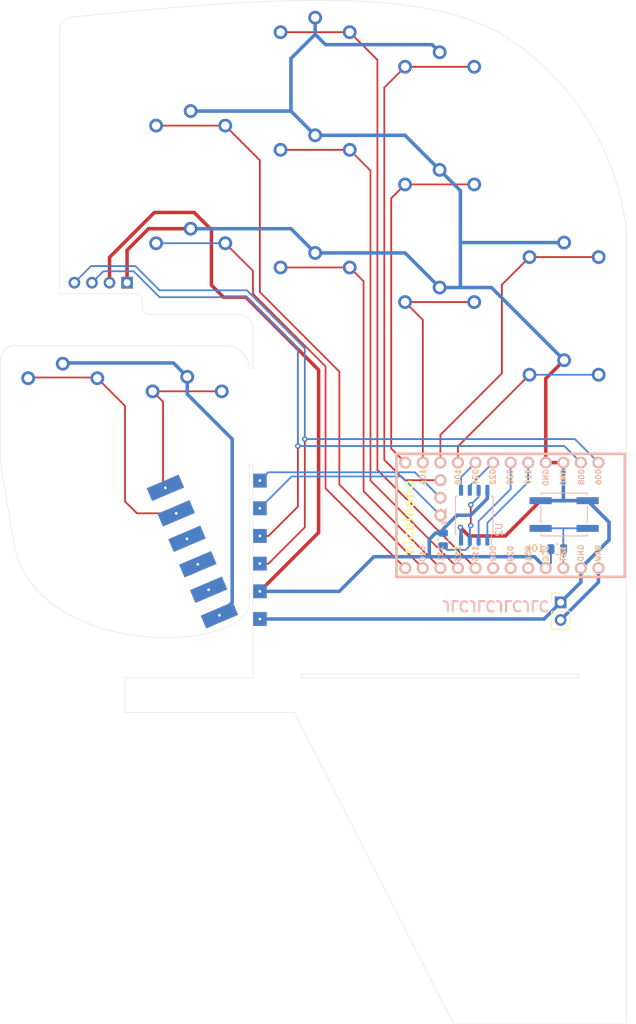
<source format=kicad_pcb>
(kicad_pcb (version 20171130) (host pcbnew 5.1.8)

  (general
    (thickness 1.6)
    (drawings 35)
    (tracks 198)
    (zones 0)
    (modules 28)
    (nets 33)
  )

  (page A4)
  (layers
    (0 F.Cu signal)
    (31 B.Cu signal)
    (32 B.Adhes user hide)
    (33 F.Adhes user hide)
    (34 B.Paste user hide)
    (35 F.Paste user hide)
    (36 B.SilkS user)
    (37 F.SilkS user)
    (38 B.Mask user hide)
    (39 F.Mask user hide)
    (40 Dwgs.User user)
    (41 Cmts.User user)
    (42 Eco1.User user hide)
    (43 Eco2.User user hide)
    (44 Edge.Cuts user)
    (45 Margin user hide)
    (46 B.CrtYd user)
    (47 F.CrtYd user)
    (48 B.Fab user hide)
    (49 F.Fab user hide)
  )

  (setup
    (last_trace_width 0.254)
    (user_trace_width 0.254)
    (user_trace_width 0.508)
    (trace_clearance 0.2)
    (zone_clearance 0.508)
    (zone_45_only yes)
    (trace_min 0.2)
    (via_size 0.8)
    (via_drill 0.4)
    (via_min_size 0.4)
    (via_min_drill 0.3)
    (uvia_size 0.3)
    (uvia_drill 0.1)
    (uvias_allowed no)
    (uvia_min_size 0.2)
    (uvia_min_drill 0.1)
    (edge_width 0.05)
    (segment_width 0.2)
    (pcb_text_width 0.3)
    (pcb_text_size 1.5 1.5)
    (mod_edge_width 0.12)
    (mod_text_size 1 1)
    (mod_text_width 0.15)
    (pad_size 1 4.4)
    (pad_drill 0.6)
    (pad_to_mask_clearance 0)
    (aux_axis_origin 0 0)
    (visible_elements FFFFFF7F)
    (pcbplotparams
      (layerselection 0x010f0_ffffffff)
      (usegerberextensions false)
      (usegerberattributes true)
      (usegerberadvancedattributes true)
      (creategerberjobfile false)
      (excludeedgelayer true)
      (linewidth 0.100000)
      (plotframeref false)
      (viasonmask false)
      (mode 1)
      (useauxorigin false)
      (hpglpennumber 1)
      (hpglpenspeed 20)
      (hpglpendiameter 15.000000)
      (psnegative false)
      (psa4output false)
      (plotreference false)
      (plotvalue false)
      (plotinvisibletext false)
      (padsonsilk false)
      (subtractmaskfromsilk false)
      (outputformat 1)
      (mirror false)
      (drillshape 0)
      (scaleselection 1)
      (outputdirectory "gerber/"))
  )

  (net 0 "")
  (net 1 GND)
  (net 2 R1C2)
  (net 3 R1C3)
  (net 4 R1C4)
  (net 5 R1C5)
  (net 6 R2C2)
  (net 7 R2C3)
  (net 8 R2C4)
  (net 9 R2C5)
  (net 10 "Net-(PUSH1-Pad1)")
  (net 11 3V3)
  (net 12 thumb_gnd)
  (net 13 MOSI)
  (net 14 MISO)
  (net 15 CS)
  (net 16 SCLK)
  (net 17 SCL)
  (net 18 SDA)
  (net 19 R3C2)
  (net 20 R3C1)
  (net 21 thumb_vcc)
  (net 22 thumb_scl)
  (net 23 thumb_sda)
  (net 24 thumb_R3C2)
  (net 25 thumb_R3C1)
  (net 26 R3C3)
  (net 27 R3C4)
  (net 28 "Net-(R3-Pad2)")
  (net 29 BAT)
  (net 30 "Net-(U1-Pad20)")
  (net 31 "Net-(U1-Pad19)")
  (net 32 "Net-(U1-Pad18)")

  (net_class Default "This is the default net class."
    (clearance 0.2)
    (trace_width 0.25)
    (via_dia 0.8)
    (via_drill 0.4)
    (uvia_dia 0.3)
    (uvia_drill 0.1)
    (add_net 3V3)
    (add_net BAT)
    (add_net CS)
    (add_net GND)
    (add_net MISO)
    (add_net MOSI)
    (add_net "Net-(PUSH1-Pad1)")
    (add_net "Net-(R3-Pad2)")
    (add_net "Net-(U1-Pad18)")
    (add_net "Net-(U1-Pad19)")
    (add_net "Net-(U1-Pad20)")
    (add_net R1C2)
    (add_net R1C3)
    (add_net R1C4)
    (add_net R1C5)
    (add_net R2C2)
    (add_net R2C3)
    (add_net R2C4)
    (add_net R2C5)
    (add_net R3C1)
    (add_net R3C2)
    (add_net R3C3)
    (add_net R3C4)
    (add_net SCL)
    (add_net SCLK)
    (add_net SDA)
    (add_net thumb_R3C1)
    (add_net thumb_R3C2)
    (add_net thumb_gnd)
    (add_net thumb_scl)
    (add_net thumb_sda)
    (add_net thumb_vcc)
  )

  (module steno:OLED (layer F.Cu) (tedit 5FC88DFC) (tstamp 5FC7D3F3)
    (at 78 55.5 90)
    (path /5FA974ED)
    (fp_text reference J1 (at 7.75 10 270) (layer F.SilkS) hide
      (effects (font (size 1 1) (thickness 0.15)))
    )
    (fp_text value Conn_01x04 (at 5.75 5.75 270) (layer F.Fab)
      (effects (font (size 1 1) (thickness 0.15)))
    )
    (fp_line (start 35.75 0) (end 35.75 12) (layer Dwgs.User) (width 0.12))
    (fp_line (start 5.75 0) (end 5.75 12) (layer Dwgs.User) (width 0.12))
    (fp_line (start 38 12) (end 0 12) (layer Dwgs.User) (width 0.12))
    (fp_line (start 38 0) (end 38 12) (layer Dwgs.User) (width 0.12))
    (fp_line (start 0 0) (end 38 0) (layer Dwgs.User) (width 0.12))
    (fp_line (start 0 0) (end 0 12) (layer Dwgs.User) (width 0.12))
    (fp_line (start 7.06 2.22) (end 29.44 2.22) (layer Dwgs.User) (width 0.12))
    (fp_line (start 7.06 2.22) (end 7.06 7.74) (layer Dwgs.User) (width 0.12))
    (fp_line (start 7.06 7.74) (end 29.44 7.74) (layer Dwgs.User) (width 0.12))
    (fp_line (start 29.44 7.74) (end 29.44 2.22) (layer Dwgs.User) (width 0.12))
    (fp_line (start 2.235 11.07) (end 0.33 11.07) (layer F.Fab) (width 0.1))
    (fp_line (start 0.33 11.07) (end 0.33 0.91) (layer F.Fab) (width 0.1))
    (fp_line (start 2.87 0.91) (end 2.87 10.435) (layer F.Fab) (width 0.1))
    (fp_line (start 0.33 0.91) (end 2.87 0.91) (layer F.Fab) (width 0.1))
    (fp_line (start 2.87 10.435) (end 2.235 11.07) (layer F.Fab) (width 0.1))
    (pad 1 thru_hole rect (at 1.6 9.8 270) (size 1.7 1.7) (drill 1) (layers *.Cu *.Mask)
      (net 1 GND))
    (pad 4 thru_hole oval (at 1.6 2.18 270) (size 1.7 1.7) (drill 1) (layers *.Cu *.Mask)
      (net 18 SDA))
    (pad 3 thru_hole oval (at 1.6 4.72 270) (size 1.7 1.7) (drill 1) (layers *.Cu *.Mask)
      (net 17 SCL))
    (pad 2 thru_hole oval (at 1.6 7.26 270) (size 1.7 1.7) (drill 1) (layers *.Cu *.Mask)
      (net 11 3V3))
    (model /home/steven/Downloads/OLED_0.91_128x32.stp
      (offset (xyz 19 -6 2.5))
      (scale (xyz 1 1 1))
      (rotate (xyz 0 0 0))
    )
  )

  (module Keebio-Parts:Kailh-PG1350-1u-reversible-No-Clickhole (layer F.Cu) (tedit 5FDF9964) (tstamp 5FA7AD3A)
    (at 97 35 180)
    (path /5FAE06DA)
    (fp_text reference KEY2 (at 0 -7.14375 180) (layer Dwgs.User)
      (effects (font (size 1.27 1.524) (thickness 0.2032)))
    )
    (fp_text value SW_Push (at 0 -5.08 180) (layer F.SilkS) hide
      (effects (font (size 1.27 1.524) (thickness 0.2032)))
    )
    (fp_line (start 7.5 -7.5) (end 7.5 7.5) (layer Eco2.User) (width 0.1524))
    (fp_line (start -7.5 -7.5) (end 7.5 -7.5) (layer Eco2.User) (width 0.1524))
    (fp_line (start -7.5 7.5) (end -7.5 -7.5) (layer Eco2.User) (width 0.1524))
    (fp_line (start 7.5 7.5) (end -7.5 7.5) (layer Eco2.User) (width 0.1524))
    (fp_line (start 9 -8.375) (end 9 8.375) (layer Dwgs.User) (width 0.1524))
    (fp_line (start -9 -8.375) (end 9 -8.375) (layer Dwgs.User) (width 0.1524))
    (fp_line (start -9 8.375) (end -9 -8.375) (layer Dwgs.User) (width 0.1524))
    (fp_line (start 9 8.375) (end -9 8.375) (layer Dwgs.User) (width 0.1524))
    (fp_line (start 6.9 -6.9) (end 6.9 6.9) (layer Cmts.User) (width 0.1524))
    (fp_line (start -6.9 -6.9) (end 6.9 -6.9) (layer Cmts.User) (width 0.1524))
    (fp_line (start -6.9 6.9) (end -6.9 -6.9) (layer Cmts.User) (width 0.1524))
    (fp_line (start 6.9 6.9) (end -6.9 6.9) (layer Cmts.User) (width 0.1524))
    (fp_line (start 2.5 -3.5) (end 2.5 -5.5) (layer Dwgs.User) (width 0.12))
    (fp_line (start 2.5 -5.5) (end -2.5 -5.5) (layer Dwgs.User) (width 0.12))
    (fp_line (start -2.5 -5.5) (end -2.5 -3.5) (layer Dwgs.User) (width 0.12))
    (fp_line (start -2.5 -3.5) (end 2.5 -3.5) (layer Dwgs.User) (width 0.12))
    (pad "" np_thru_hole circle (at 5.5 0) (size 1.7 1.7) (drill 1.7) (layers *.Cu *.Mask))
    (pad "" np_thru_hole circle (at -5.5 0) (size 1.7 1.7) (drill 1.7) (layers *.Cu *.Mask))
    (pad 2 thru_hole circle (at -5 3.8 221.9) (size 2 2) (drill 1.2) (layers *.Cu B.Mask)
      (net 2 R1C2))
    (pad 1 thru_hole circle (at 0 5.9) (size 2 2) (drill 1.2) (layers *.Cu *.Mask)
      (net 1 GND))
    (pad "" np_thru_hole circle (at 0 0) (size 3.4 3.4) (drill 3.4) (layers *.Cu *.Mask))
    (pad 2 thru_hole circle (at 5 3.8 221.9) (size 2 2) (drill 1.2) (layers *.Cu F.Mask)
      (net 2 R1C2))
    (model /Users/danny/Documents/proj/custom-keyboard/kicad-libs/3d_models/mx-switch.wrl
      (offset (xyz 7.4675998878479 7.4675998878479 5.943599910736085))
      (scale (xyz 0.4 0.4 0.4))
      (rotate (xyz 270 0 180))
    )
    (model /Users/danny/Documents/proj/custom-keyboard/kicad-libs/3d_models/SA-R3-1u.wrl
      (offset (xyz 0 0 11.93799982070923))
      (scale (xyz 0.394 0.394 0.394))
      (rotate (xyz 270 0 0))
    )
  )

  (module Resistor_SMD:R_0805_2012Metric (layer B.Cu) (tedit 5F68FEEE) (tstamp 5FA91580)
    (at 133.5 91 270)
    (descr "Resistor SMD 0805 (2012 Metric), square (rectangular) end terminal, IPC_7351 nominal, (Body size source: IPC-SM-782 page 72, https://www.pcb-3d.com/wordpress/wp-content/uploads/ipc-sm-782a_amendment_1_and_2.pdf), generated with kicad-footprint-generator")
    (tags resistor)
    (path /5FBA1393)
    (attr smd)
    (fp_text reference R3 (at 0.1 -1.7 90) (layer B.SilkS) hide
      (effects (font (size 1 1) (thickness 0.15)) (justify mirror))
    )
    (fp_text value 10k (at -3.3 0 90) (layer B.SilkS)
      (effects (font (size 1 1) (thickness 0.15)) (justify mirror))
    )
    (fp_line (start 1.68 -0.95) (end -1.68 -0.95) (layer B.CrtYd) (width 0.05))
    (fp_line (start 1.68 0.95) (end 1.68 -0.95) (layer B.CrtYd) (width 0.05))
    (fp_line (start -1.68 0.95) (end 1.68 0.95) (layer B.CrtYd) (width 0.05))
    (fp_line (start -1.68 -0.95) (end -1.68 0.95) (layer B.CrtYd) (width 0.05))
    (fp_line (start -0.227064 -0.735) (end 0.227064 -0.735) (layer B.SilkS) (width 0.12))
    (fp_line (start -0.227064 0.735) (end 0.227064 0.735) (layer B.SilkS) (width 0.12))
    (fp_line (start 1 -0.625) (end -1 -0.625) (layer B.Fab) (width 0.1))
    (fp_line (start 1 0.625) (end 1 -0.625) (layer B.Fab) (width 0.1))
    (fp_line (start -1 0.625) (end 1 0.625) (layer B.Fab) (width 0.1))
    (fp_line (start -1 -0.625) (end -1 0.625) (layer B.Fab) (width 0.1))
    (fp_text user %R (at 0 0 90) (layer B.Fab)
      (effects (font (size 0.5 0.5) (thickness 0.08)) (justify mirror))
    )
    (pad 2 smd roundrect (at 0.9125 0 270) (size 1.025 1.4) (layers B.Cu B.Paste B.Mask) (roundrect_rratio 0.2439014634146341)
      (net 28 "Net-(R3-Pad2)"))
    (pad 1 smd roundrect (at -0.9125 0 270) (size 1.025 1.4) (layers B.Cu B.Paste B.Mask) (roundrect_rratio 0.2439014634146341)
      (net 11 3V3))
    (model ${KISYS3DMOD}/Resistor_SMD.3dshapes/R_0805_2012Metric.wrl
      (at (xyz 0 0 0))
      (scale (xyz 1 1 1))
      (rotate (xyz 0 0 0))
    )
  )

  (module Keebio-Parts:Kailh-PG1350-1u-reversible-No-Clickhole (layer F.Cu) (tedit 5FDF9964) (tstamp 5FC7D27A)
    (at 96.5 73.4 180)
    (path /5FAE06E6)
    (fp_text reference KEY14 (at 0 -7.14375 180) (layer Dwgs.User)
      (effects (font (size 1.27 1.524) (thickness 0.2032)))
    )
    (fp_text value SW_Push (at 0 -5.08 180) (layer F.SilkS) hide
      (effects (font (size 1.27 1.524) (thickness 0.2032)))
    )
    (fp_line (start 7.5 -7.5) (end 7.5 7.5) (layer Eco2.User) (width 0.1524))
    (fp_line (start -7.5 -7.5) (end 7.5 -7.5) (layer Eco2.User) (width 0.1524))
    (fp_line (start -7.5 7.5) (end -7.5 -7.5) (layer Eco2.User) (width 0.1524))
    (fp_line (start 7.5 7.5) (end -7.5 7.5) (layer Eco2.User) (width 0.1524))
    (fp_line (start 9 -8.375) (end 9 8.375) (layer Dwgs.User) (width 0.1524))
    (fp_line (start -9 -8.375) (end 9 -8.375) (layer Dwgs.User) (width 0.1524))
    (fp_line (start -9 8.375) (end -9 -8.375) (layer Dwgs.User) (width 0.1524))
    (fp_line (start 9 8.375) (end -9 8.375) (layer Dwgs.User) (width 0.1524))
    (fp_line (start 6.9 -6.9) (end 6.9 6.9) (layer Cmts.User) (width 0.1524))
    (fp_line (start -6.9 -6.9) (end 6.9 -6.9) (layer Cmts.User) (width 0.1524))
    (fp_line (start -6.9 6.9) (end -6.9 -6.9) (layer Cmts.User) (width 0.1524))
    (fp_line (start 6.9 6.9) (end -6.9 6.9) (layer Cmts.User) (width 0.1524))
    (fp_line (start 2.5 -3.5) (end 2.5 -5.5) (layer Dwgs.User) (width 0.12))
    (fp_line (start 2.5 -5.5) (end -2.5 -5.5) (layer Dwgs.User) (width 0.12))
    (fp_line (start -2.5 -5.5) (end -2.5 -3.5) (layer Dwgs.User) (width 0.12))
    (fp_line (start -2.5 -3.5) (end 2.5 -3.5) (layer Dwgs.User) (width 0.12))
    (pad "" np_thru_hole circle (at 5.5 0) (size 1.7 1.7) (drill 1.7) (layers *.Cu *.Mask))
    (pad "" np_thru_hole circle (at -5.5 0) (size 1.7 1.7) (drill 1.7) (layers *.Cu *.Mask))
    (pad 2 thru_hole circle (at -5 3.8 221.9) (size 2 2) (drill 1.2) (layers *.Cu B.Mask)
      (net 24 thumb_R3C2))
    (pad 1 thru_hole circle (at 0 5.9) (size 2 2) (drill 1.2) (layers *.Cu *.Mask)
      (net 12 thumb_gnd))
    (pad "" np_thru_hole circle (at 0 0) (size 3.4 3.4) (drill 3.4) (layers *.Cu *.Mask))
    (pad 2 thru_hole circle (at 5 3.8 221.9) (size 2 2) (drill 1.2) (layers *.Cu F.Mask)
      (net 24 thumb_R3C2))
    (model /Users/danny/Documents/proj/custom-keyboard/kicad-libs/3d_models/mx-switch.wrl
      (offset (xyz 7.4675998878479 7.4675998878479 5.943599910736085))
      (scale (xyz 0.4 0.4 0.4))
      (rotate (xyz 270 0 180))
    )
    (model /Users/danny/Documents/proj/custom-keyboard/kicad-libs/3d_models/SA-R3-1u.wrl
      (offset (xyz 0 0 11.93799982070923))
      (scale (xyz 0.394 0.394 0.394))
      (rotate (xyz 270 0 0))
    )
  )

  (module Keebio-Parts:Kailh-PG1350-1u-reversible-No-Clickhole (layer F.Cu) (tedit 5FDF9964) (tstamp 5FC7D163)
    (at 78.5 71.5 180)
    (path /5FAD41BB)
    (fp_text reference KEY13 (at 0 -7.14375 180) (layer Dwgs.User)
      (effects (font (size 1.27 1.524) (thickness 0.2032)))
    )
    (fp_text value SW_Push (at 0 -5.08 180) (layer F.SilkS) hide
      (effects (font (size 1.27 1.524) (thickness 0.2032)))
    )
    (fp_line (start 7.5 -7.5) (end 7.5 7.5) (layer Eco2.User) (width 0.1524))
    (fp_line (start -7.5 -7.5) (end 7.5 -7.5) (layer Eco2.User) (width 0.1524))
    (fp_line (start -7.5 7.5) (end -7.5 -7.5) (layer Eco2.User) (width 0.1524))
    (fp_line (start 7.5 7.5) (end -7.5 7.5) (layer Eco2.User) (width 0.1524))
    (fp_line (start 9 -8.375) (end 9 8.375) (layer Dwgs.User) (width 0.1524))
    (fp_line (start -9 -8.375) (end 9 -8.375) (layer Dwgs.User) (width 0.1524))
    (fp_line (start -9 8.375) (end -9 -8.375) (layer Dwgs.User) (width 0.1524))
    (fp_line (start 9 8.375) (end -9 8.375) (layer Dwgs.User) (width 0.1524))
    (fp_line (start 6.9 -6.9) (end 6.9 6.9) (layer Cmts.User) (width 0.1524))
    (fp_line (start -6.9 -6.9) (end 6.9 -6.9) (layer Cmts.User) (width 0.1524))
    (fp_line (start -6.9 6.9) (end -6.9 -6.9) (layer Cmts.User) (width 0.1524))
    (fp_line (start 6.9 6.9) (end -6.9 6.9) (layer Cmts.User) (width 0.1524))
    (fp_line (start 2.5 -3.5) (end 2.5 -5.5) (layer Dwgs.User) (width 0.12))
    (fp_line (start 2.5 -5.5) (end -2.5 -5.5) (layer Dwgs.User) (width 0.12))
    (fp_line (start -2.5 -5.5) (end -2.5 -3.5) (layer Dwgs.User) (width 0.12))
    (fp_line (start -2.5 -3.5) (end 2.5 -3.5) (layer Dwgs.User) (width 0.12))
    (pad "" np_thru_hole circle (at 5.5 0) (size 1.7 1.7) (drill 1.7) (layers *.Cu *.Mask))
    (pad "" np_thru_hole circle (at -5.5 0) (size 1.7 1.7) (drill 1.7) (layers *.Cu *.Mask))
    (pad 2 thru_hole circle (at -5 3.8 221.9) (size 2 2) (drill 1.2) (layers *.Cu B.Mask)
      (net 25 thumb_R3C1))
    (pad 1 thru_hole circle (at 0 5.9) (size 2 2) (drill 1.2) (layers *.Cu *.Mask)
      (net 12 thumb_gnd))
    (pad "" np_thru_hole circle (at 0 0) (size 3.4 3.4) (drill 3.4) (layers *.Cu *.Mask))
    (pad 2 thru_hole circle (at 5 3.8 221.9) (size 2 2) (drill 1.2) (layers *.Cu F.Mask)
      (net 25 thumb_R3C1))
    (model /Users/danny/Documents/proj/custom-keyboard/kicad-libs/3d_models/mx-switch.wrl
      (offset (xyz 7.4675998878479 7.4675998878479 5.943599910736085))
      (scale (xyz 0.4 0.4 0.4))
      (rotate (xyz 270 0 180))
    )
    (model /Users/danny/Documents/proj/custom-keyboard/kicad-libs/3d_models/SA-R3-1u.wrl
      (offset (xyz 0 0 11.93799982070923))
      (scale (xyz 0.394 0.394 0.394))
      (rotate (xyz 270 0 0))
    )
  )

  (module Keebio-Parts:Kailh-PG1350-1u-reversible-No-Clickhole (layer F.Cu) (tedit 5FDF9964) (tstamp 5FC11473)
    (at 133 60.5 180)
    (path /5FC3A9F4)
    (fp_text reference KEY12 (at 0 -7.14375 180) (layer Dwgs.User)
      (effects (font (size 1.27 1.524) (thickness 0.2032)))
    )
    (fp_text value SW_Push (at 0 -5.08 180) (layer F.SilkS) hide
      (effects (font (size 1.27 1.524) (thickness 0.2032)))
    )
    (fp_line (start 7.5 -7.5) (end 7.5 7.5) (layer Eco2.User) (width 0.1524))
    (fp_line (start -7.5 -7.5) (end 7.5 -7.5) (layer Eco2.User) (width 0.1524))
    (fp_line (start -7.5 7.5) (end -7.5 -7.5) (layer Eco2.User) (width 0.1524))
    (fp_line (start 7.5 7.5) (end -7.5 7.5) (layer Eco2.User) (width 0.1524))
    (fp_line (start 9 -8.375) (end 9 8.375) (layer Dwgs.User) (width 0.1524))
    (fp_line (start -9 -8.375) (end 9 -8.375) (layer Dwgs.User) (width 0.1524))
    (fp_line (start -9 8.375) (end -9 -8.375) (layer Dwgs.User) (width 0.1524))
    (fp_line (start 9 8.375) (end -9 8.375) (layer Dwgs.User) (width 0.1524))
    (fp_line (start 6.9 -6.9) (end 6.9 6.9) (layer Cmts.User) (width 0.1524))
    (fp_line (start -6.9 -6.9) (end 6.9 -6.9) (layer Cmts.User) (width 0.1524))
    (fp_line (start -6.9 6.9) (end -6.9 -6.9) (layer Cmts.User) (width 0.1524))
    (fp_line (start 6.9 6.9) (end -6.9 6.9) (layer Cmts.User) (width 0.1524))
    (fp_line (start 2.5 -3.5) (end 2.5 -5.5) (layer Dwgs.User) (width 0.12))
    (fp_line (start 2.5 -5.5) (end -2.5 -5.5) (layer Dwgs.User) (width 0.12))
    (fp_line (start -2.5 -5.5) (end -2.5 -3.5) (layer Dwgs.User) (width 0.12))
    (fp_line (start -2.5 -3.5) (end 2.5 -3.5) (layer Dwgs.User) (width 0.12))
    (pad "" np_thru_hole circle (at 5.5 0) (size 1.7 1.7) (drill 1.7) (layers *.Cu *.Mask))
    (pad "" np_thru_hole circle (at -5.5 0) (size 1.7 1.7) (drill 1.7) (layers *.Cu *.Mask))
    (pad 2 thru_hole circle (at -5 3.8 221.9) (size 2 2) (drill 1.2) (layers *.Cu B.Mask)
      (net 27 R3C4))
    (pad 1 thru_hole circle (at 0 5.9) (size 2 2) (drill 1.2) (layers *.Cu *.Mask)
      (net 1 GND))
    (pad "" np_thru_hole circle (at 0 0) (size 3.4 3.4) (drill 3.4) (layers *.Cu *.Mask))
    (pad 2 thru_hole circle (at 5 3.8 221.9) (size 2 2) (drill 1.2) (layers *.Cu F.Mask)
      (net 27 R3C4))
    (model /Users/danny/Documents/proj/custom-keyboard/kicad-libs/3d_models/mx-switch.wrl
      (offset (xyz 7.4675998878479 7.4675998878479 5.943599910736085))
      (scale (xyz 0.4 0.4 0.4))
      (rotate (xyz 270 0 180))
    )
    (model /Users/danny/Documents/proj/custom-keyboard/kicad-libs/3d_models/SA-R3-1u.wrl
      (offset (xyz 0 0 11.93799982070923))
      (scale (xyz 0.394 0.394 0.394))
      (rotate (xyz 270 0 0))
    )
  )

  (module Keebio-Parts:Kailh-PG1350-1u-reversible-No-Clickhole (layer F.Cu) (tedit 5FDF9964) (tstamp 5FC11446)
    (at 115 55.5 180)
    (path /5FC396A4)
    (fp_text reference KEY11 (at 0 -7.14375 180) (layer Dwgs.User)
      (effects (font (size 1.27 1.524) (thickness 0.2032)))
    )
    (fp_text value SW_Push (at 0 -5.08 180) (layer F.SilkS) hide
      (effects (font (size 1.27 1.524) (thickness 0.2032)))
    )
    (fp_line (start 7.5 -7.5) (end 7.5 7.5) (layer Eco2.User) (width 0.1524))
    (fp_line (start -7.5 -7.5) (end 7.5 -7.5) (layer Eco2.User) (width 0.1524))
    (fp_line (start -7.5 7.5) (end -7.5 -7.5) (layer Eco2.User) (width 0.1524))
    (fp_line (start 7.5 7.5) (end -7.5 7.5) (layer Eco2.User) (width 0.1524))
    (fp_line (start 9 -8.375) (end 9 8.375) (layer Dwgs.User) (width 0.1524))
    (fp_line (start -9 -8.375) (end 9 -8.375) (layer Dwgs.User) (width 0.1524))
    (fp_line (start -9 8.375) (end -9 -8.375) (layer Dwgs.User) (width 0.1524))
    (fp_line (start 9 8.375) (end -9 8.375) (layer Dwgs.User) (width 0.1524))
    (fp_line (start 6.9 -6.9) (end 6.9 6.9) (layer Cmts.User) (width 0.1524))
    (fp_line (start -6.9 -6.9) (end 6.9 -6.9) (layer Cmts.User) (width 0.1524))
    (fp_line (start -6.9 6.9) (end -6.9 -6.9) (layer Cmts.User) (width 0.1524))
    (fp_line (start 6.9 6.9) (end -6.9 6.9) (layer Cmts.User) (width 0.1524))
    (fp_line (start 2.5 -3.5) (end 2.5 -5.5) (layer Dwgs.User) (width 0.12))
    (fp_line (start 2.5 -5.5) (end -2.5 -5.5) (layer Dwgs.User) (width 0.12))
    (fp_line (start -2.5 -5.5) (end -2.5 -3.5) (layer Dwgs.User) (width 0.12))
    (fp_line (start -2.5 -3.5) (end 2.5 -3.5) (layer Dwgs.User) (width 0.12))
    (pad "" np_thru_hole circle (at 5.5 0) (size 1.7 1.7) (drill 1.7) (layers *.Cu *.Mask))
    (pad "" np_thru_hole circle (at -5.5 0) (size 1.7 1.7) (drill 1.7) (layers *.Cu *.Mask))
    (pad 2 thru_hole circle (at -5 3.8 221.9) (size 2 2) (drill 1.2) (layers *.Cu B.Mask)
      (net 26 R3C3))
    (pad 1 thru_hole circle (at 0 5.9) (size 2 2) (drill 1.2) (layers *.Cu *.Mask)
      (net 1 GND))
    (pad "" np_thru_hole circle (at 0 0) (size 3.4 3.4) (drill 3.4) (layers *.Cu *.Mask))
    (pad 2 thru_hole circle (at 5 3.8 221.9) (size 2 2) (drill 1.2) (layers *.Cu F.Mask)
      (net 26 R3C3))
    (model /Users/danny/Documents/proj/custom-keyboard/kicad-libs/3d_models/mx-switch.wrl
      (offset (xyz 7.4675998878479 7.4675998878479 5.943599910736085))
      (scale (xyz 0.4 0.4 0.4))
      (rotate (xyz 270 0 180))
    )
    (model /Users/danny/Documents/proj/custom-keyboard/kicad-libs/3d_models/SA-R3-1u.wrl
      (offset (xyz 0 0 11.93799982070923))
      (scale (xyz 0.394 0.394 0.394))
      (rotate (xyz 270 0 0))
    )
  )

  (module Keebio-Parts:Kailh-PG1350-1u-reversible-No-Clickhole (layer F.Cu) (tedit 5FDF9964) (tstamp 5FA7AECF)
    (at 151 71 180)
    (path /5FAEBF85)
    (fp_text reference KEY10 (at 0 -7.14375 180) (layer Dwgs.User)
      (effects (font (size 1.27 1.524) (thickness 0.2032)))
    )
    (fp_text value SW_Push (at 0 -5.08 180) (layer F.SilkS) hide
      (effects (font (size 1.27 1.524) (thickness 0.2032)))
    )
    (fp_line (start 7.5 -7.5) (end 7.5 7.5) (layer Eco2.User) (width 0.1524))
    (fp_line (start -7.5 -7.5) (end 7.5 -7.5) (layer Eco2.User) (width 0.1524))
    (fp_line (start -7.5 7.5) (end -7.5 -7.5) (layer Eco2.User) (width 0.1524))
    (fp_line (start 7.5 7.5) (end -7.5 7.5) (layer Eco2.User) (width 0.1524))
    (fp_line (start 9 -8.375) (end 9 8.375) (layer Dwgs.User) (width 0.1524))
    (fp_line (start -9 -8.375) (end 9 -8.375) (layer Dwgs.User) (width 0.1524))
    (fp_line (start -9 8.375) (end -9 -8.375) (layer Dwgs.User) (width 0.1524))
    (fp_line (start 9 8.375) (end -9 8.375) (layer Dwgs.User) (width 0.1524))
    (fp_line (start 6.9 -6.9) (end 6.9 6.9) (layer Cmts.User) (width 0.1524))
    (fp_line (start -6.9 -6.9) (end 6.9 -6.9) (layer Cmts.User) (width 0.1524))
    (fp_line (start -6.9 6.9) (end -6.9 -6.9) (layer Cmts.User) (width 0.1524))
    (fp_line (start 6.9 6.9) (end -6.9 6.9) (layer Cmts.User) (width 0.1524))
    (fp_line (start 2.5 -3.5) (end 2.5 -5.5) (layer Dwgs.User) (width 0.12))
    (fp_line (start 2.5 -5.5) (end -2.5 -5.5) (layer Dwgs.User) (width 0.12))
    (fp_line (start -2.5 -5.5) (end -2.5 -3.5) (layer Dwgs.User) (width 0.12))
    (fp_line (start -2.5 -3.5) (end 2.5 -3.5) (layer Dwgs.User) (width 0.12))
    (pad "" np_thru_hole circle (at 5.5 0) (size 1.7 1.7) (drill 1.7) (layers *.Cu *.Mask))
    (pad "" np_thru_hole circle (at -5.5 0) (size 1.7 1.7) (drill 1.7) (layers *.Cu *.Mask))
    (pad 2 thru_hole circle (at -5 3.8 221.9) (size 2 2) (drill 1.2) (layers *.Cu B.Mask)
      (net 9 R2C5))
    (pad 1 thru_hole circle (at 0 5.9) (size 2 2) (drill 1.2) (layers *.Cu *.Mask)
      (net 1 GND))
    (pad "" np_thru_hole circle (at 0 0) (size 3.4 3.4) (drill 3.4) (layers *.Cu *.Mask))
    (pad 2 thru_hole circle (at 5 3.8 221.9) (size 2 2) (drill 1.2) (layers *.Cu F.Mask)
      (net 9 R2C5))
    (model /Users/danny/Documents/proj/custom-keyboard/kicad-libs/3d_models/mx-switch.wrl
      (offset (xyz 7.4675998878479 7.4675998878479 5.943599910736085))
      (scale (xyz 0.4 0.4 0.4))
      (rotate (xyz 270 0 180))
    )
    (model /Users/danny/Documents/proj/custom-keyboard/kicad-libs/3d_models/SA-R3-1u.wrl
      (offset (xyz 0 0 11.93799982070923))
      (scale (xyz 0.394 0.394 0.394))
      (rotate (xyz 270 0 0))
    )
  )

  (module Keebio-Parts:Kailh-PG1350-1u-reversible-No-Clickhole (layer F.Cu) (tedit 5FDF9964) (tstamp 5FA7AEA2)
    (at 133 43.5 180)
    (path /5FAE5771)
    (fp_text reference KEY9 (at 0 -7.14375 180) (layer Dwgs.User)
      (effects (font (size 1.27 1.524) (thickness 0.2032)))
    )
    (fp_text value SW_Push (at 0 -5.08 180) (layer F.SilkS) hide
      (effects (font (size 1.27 1.524) (thickness 0.2032)))
    )
    (fp_line (start 7.5 -7.5) (end 7.5 7.5) (layer Eco2.User) (width 0.1524))
    (fp_line (start -7.5 -7.5) (end 7.5 -7.5) (layer Eco2.User) (width 0.1524))
    (fp_line (start -7.5 7.5) (end -7.5 -7.5) (layer Eco2.User) (width 0.1524))
    (fp_line (start 7.5 7.5) (end -7.5 7.5) (layer Eco2.User) (width 0.1524))
    (fp_line (start 9 -8.375) (end 9 8.375) (layer Dwgs.User) (width 0.1524))
    (fp_line (start -9 -8.375) (end 9 -8.375) (layer Dwgs.User) (width 0.1524))
    (fp_line (start -9 8.375) (end -9 -8.375) (layer Dwgs.User) (width 0.1524))
    (fp_line (start 9 8.375) (end -9 8.375) (layer Dwgs.User) (width 0.1524))
    (fp_line (start 6.9 -6.9) (end 6.9 6.9) (layer Cmts.User) (width 0.1524))
    (fp_line (start -6.9 -6.9) (end 6.9 -6.9) (layer Cmts.User) (width 0.1524))
    (fp_line (start -6.9 6.9) (end -6.9 -6.9) (layer Cmts.User) (width 0.1524))
    (fp_line (start 6.9 6.9) (end -6.9 6.9) (layer Cmts.User) (width 0.1524))
    (fp_line (start 2.5 -3.5) (end 2.5 -5.5) (layer Dwgs.User) (width 0.12))
    (fp_line (start 2.5 -5.5) (end -2.5 -5.5) (layer Dwgs.User) (width 0.12))
    (fp_line (start -2.5 -5.5) (end -2.5 -3.5) (layer Dwgs.User) (width 0.12))
    (fp_line (start -2.5 -3.5) (end 2.5 -3.5) (layer Dwgs.User) (width 0.12))
    (pad "" np_thru_hole circle (at 5.5 0) (size 1.7 1.7) (drill 1.7) (layers *.Cu *.Mask))
    (pad "" np_thru_hole circle (at -5.5 0) (size 1.7 1.7) (drill 1.7) (layers *.Cu *.Mask))
    (pad 2 thru_hole circle (at -5 3.8 221.9) (size 2 2) (drill 1.2) (layers *.Cu B.Mask)
      (net 8 R2C4))
    (pad 1 thru_hole circle (at 0 5.9) (size 2 2) (drill 1.2) (layers *.Cu *.Mask)
      (net 1 GND))
    (pad "" np_thru_hole circle (at 0 0) (size 3.4 3.4) (drill 3.4) (layers *.Cu *.Mask))
    (pad 2 thru_hole circle (at 5 3.8 221.9) (size 2 2) (drill 1.2) (layers *.Cu F.Mask)
      (net 8 R2C4))
    (model /Users/danny/Documents/proj/custom-keyboard/kicad-libs/3d_models/mx-switch.wrl
      (offset (xyz 7.4675998878479 7.4675998878479 5.943599910736085))
      (scale (xyz 0.4 0.4 0.4))
      (rotate (xyz 270 0 180))
    )
    (model /Users/danny/Documents/proj/custom-keyboard/kicad-libs/3d_models/SA-R3-1u.wrl
      (offset (xyz 0 0 11.93799982070923))
      (scale (xyz 0.394 0.394 0.394))
      (rotate (xyz 270 0 0))
    )
  )

  (module Keebio-Parts:Kailh-PG1350-1u-reversible-No-Clickhole (layer F.Cu) (tedit 5FDF9964) (tstamp 5FA7AE75)
    (at 115 38.5 180)
    (path /5FAE377E)
    (fp_text reference KEY8 (at 0 -7.14375 180) (layer Dwgs.User)
      (effects (font (size 1.27 1.524) (thickness 0.2032)))
    )
    (fp_text value SW_Push (at 0 -5.08 180) (layer F.SilkS) hide
      (effects (font (size 1.27 1.524) (thickness 0.2032)))
    )
    (fp_line (start 7.5 -7.5) (end 7.5 7.5) (layer Eco2.User) (width 0.1524))
    (fp_line (start -7.5 -7.5) (end 7.5 -7.5) (layer Eco2.User) (width 0.1524))
    (fp_line (start -7.5 7.5) (end -7.5 -7.5) (layer Eco2.User) (width 0.1524))
    (fp_line (start 7.5 7.5) (end -7.5 7.5) (layer Eco2.User) (width 0.1524))
    (fp_line (start 9 -8.375) (end 9 8.375) (layer Dwgs.User) (width 0.1524))
    (fp_line (start -9 -8.375) (end 9 -8.375) (layer Dwgs.User) (width 0.1524))
    (fp_line (start -9 8.375) (end -9 -8.375) (layer Dwgs.User) (width 0.1524))
    (fp_line (start 9 8.375) (end -9 8.375) (layer Dwgs.User) (width 0.1524))
    (fp_line (start 6.9 -6.9) (end 6.9 6.9) (layer Cmts.User) (width 0.1524))
    (fp_line (start -6.9 -6.9) (end 6.9 -6.9) (layer Cmts.User) (width 0.1524))
    (fp_line (start -6.9 6.9) (end -6.9 -6.9) (layer Cmts.User) (width 0.1524))
    (fp_line (start 6.9 6.9) (end -6.9 6.9) (layer Cmts.User) (width 0.1524))
    (fp_line (start 2.5 -3.5) (end 2.5 -5.5) (layer Dwgs.User) (width 0.12))
    (fp_line (start 2.5 -5.5) (end -2.5 -5.5) (layer Dwgs.User) (width 0.12))
    (fp_line (start -2.5 -5.5) (end -2.5 -3.5) (layer Dwgs.User) (width 0.12))
    (fp_line (start -2.5 -3.5) (end 2.5 -3.5) (layer Dwgs.User) (width 0.12))
    (pad "" np_thru_hole circle (at 5.5 0) (size 1.7 1.7) (drill 1.7) (layers *.Cu *.Mask))
    (pad "" np_thru_hole circle (at -5.5 0) (size 1.7 1.7) (drill 1.7) (layers *.Cu *.Mask))
    (pad 2 thru_hole circle (at -5 3.8 221.9) (size 2 2) (drill 1.2) (layers *.Cu B.Mask)
      (net 7 R2C3))
    (pad 1 thru_hole circle (at 0 5.9) (size 2 2) (drill 1.2) (layers *.Cu *.Mask)
      (net 1 GND))
    (pad "" np_thru_hole circle (at 0 0) (size 3.4 3.4) (drill 3.4) (layers *.Cu *.Mask))
    (pad 2 thru_hole circle (at 5 3.8 221.9) (size 2 2) (drill 1.2) (layers *.Cu F.Mask)
      (net 7 R2C3))
    (model /Users/danny/Documents/proj/custom-keyboard/kicad-libs/3d_models/mx-switch.wrl
      (offset (xyz 7.4675998878479 7.4675998878479 5.943599910736085))
      (scale (xyz 0.4 0.4 0.4))
      (rotate (xyz 270 0 180))
    )
    (model /Users/danny/Documents/proj/custom-keyboard/kicad-libs/3d_models/SA-R3-1u.wrl
      (offset (xyz 0 0 11.93799982070923))
      (scale (xyz 0.394 0.394 0.394))
      (rotate (xyz 270 0 0))
    )
  )

  (module Keebio-Parts:Kailh-PG1350-1u-reversible-No-Clickhole (layer B.Cu) (tedit 5FDF9964) (tstamp 5FA7AE48)
    (at 97 52)
    (path /5FAE06E0)
    (fp_text reference KEY7 (at 0 7.14375 -180) (layer Dwgs.User)
      (effects (font (size 1.27 1.524) (thickness 0.2032)))
    )
    (fp_text value SW_Push (at 0 5.08 -180) (layer B.SilkS) hide
      (effects (font (size 1.27 1.524) (thickness 0.2032)) (justify mirror))
    )
    (fp_line (start 7.5 7.5) (end 7.5 -7.5) (layer Eco2.User) (width 0.1524))
    (fp_line (start -7.5 7.5) (end 7.5 7.5) (layer Eco2.User) (width 0.1524))
    (fp_line (start -7.5 -7.5) (end -7.5 7.5) (layer Eco2.User) (width 0.1524))
    (fp_line (start 7.5 -7.5) (end -7.5 -7.5) (layer Eco2.User) (width 0.1524))
    (fp_line (start 9 8.375) (end 9 -8.375) (layer Dwgs.User) (width 0.1524))
    (fp_line (start -9 8.375) (end 9 8.375) (layer Dwgs.User) (width 0.1524))
    (fp_line (start -9 -8.375) (end -9 8.375) (layer Dwgs.User) (width 0.1524))
    (fp_line (start 9 -8.375) (end -9 -8.375) (layer Dwgs.User) (width 0.1524))
    (fp_line (start 6.9 6.9) (end 6.9 -6.9) (layer Cmts.User) (width 0.1524))
    (fp_line (start -6.9 6.9) (end 6.9 6.9) (layer Cmts.User) (width 0.1524))
    (fp_line (start -6.9 -6.9) (end -6.9 6.9) (layer Cmts.User) (width 0.1524))
    (fp_line (start 6.9 -6.9) (end -6.9 -6.9) (layer Cmts.User) (width 0.1524))
    (fp_line (start 2.5 3.5) (end 2.5 5.5) (layer Dwgs.User) (width 0.12))
    (fp_line (start 2.5 5.5) (end -2.5 5.5) (layer Dwgs.User) (width 0.12))
    (fp_line (start -2.5 5.5) (end -2.5 3.5) (layer Dwgs.User) (width 0.12))
    (fp_line (start -2.5 3.5) (end 2.5 3.5) (layer Dwgs.User) (width 0.12))
    (pad "" np_thru_hole circle (at 5.5 0 180) (size 1.7 1.7) (drill 1.7) (layers *.Cu *.Mask))
    (pad "" np_thru_hole circle (at -5.5 0 180) (size 1.7 1.7) (drill 1.7) (layers *.Cu *.Mask))
    (pad 2 thru_hole circle (at -5 -3.8 318.1) (size 2 2) (drill 1.2) (layers *.Cu F.Mask)
      (net 6 R2C2))
    (pad 1 thru_hole circle (at 0 -5.9 180) (size 2 2) (drill 1.2) (layers *.Cu *.Mask)
      (net 1 GND))
    (pad "" np_thru_hole circle (at 0 0 180) (size 3.4 3.4) (drill 3.4) (layers *.Cu *.Mask))
    (pad 2 thru_hole circle (at 5 -3.8 318.1) (size 2 2) (drill 1.2) (layers *.Cu B.Mask)
      (net 6 R2C2))
    (model /Users/danny/Documents/proj/custom-keyboard/kicad-libs/3d_models/mx-switch.wrl
      (offset (xyz 7.4675998878479 7.4675998878479 5.943599910736085))
      (scale (xyz 0.4 0.4 0.4))
      (rotate (xyz 270 0 180))
    )
    (model /Users/danny/Documents/proj/custom-keyboard/kicad-libs/3d_models/SA-R3-1u.wrl
      (offset (xyz 0 0 11.93799982070923))
      (scale (xyz 0.394 0.394 0.394))
      (rotate (xyz 270 0 0))
    )
  )

  (module Keebio-Parts:Kailh-PG1350-1u-reversible-No-Clickhole (layer F.Cu) (tedit 5FDF9964) (tstamp 5FA7ADC1)
    (at 151 54 180)
    (path /5FAEBF7F)
    (fp_text reference KEY5 (at 0 -7.14375 180) (layer Dwgs.User)
      (effects (font (size 1.27 1.524) (thickness 0.2032)))
    )
    (fp_text value SW_Push (at 0 -5.08 180) (layer F.SilkS) hide
      (effects (font (size 1.27 1.524) (thickness 0.2032)))
    )
    (fp_line (start 7.5 -7.5) (end 7.5 7.5) (layer Eco2.User) (width 0.1524))
    (fp_line (start -7.5 -7.5) (end 7.5 -7.5) (layer Eco2.User) (width 0.1524))
    (fp_line (start -7.5 7.5) (end -7.5 -7.5) (layer Eco2.User) (width 0.1524))
    (fp_line (start 7.5 7.5) (end -7.5 7.5) (layer Eco2.User) (width 0.1524))
    (fp_line (start 9 -8.375) (end 9 8.375) (layer Dwgs.User) (width 0.1524))
    (fp_line (start -9 -8.375) (end 9 -8.375) (layer Dwgs.User) (width 0.1524))
    (fp_line (start -9 8.375) (end -9 -8.375) (layer Dwgs.User) (width 0.1524))
    (fp_line (start 9 8.375) (end -9 8.375) (layer Dwgs.User) (width 0.1524))
    (fp_line (start 6.9 -6.9) (end 6.9 6.9) (layer Cmts.User) (width 0.1524))
    (fp_line (start -6.9 -6.9) (end 6.9 -6.9) (layer Cmts.User) (width 0.1524))
    (fp_line (start -6.9 6.9) (end -6.9 -6.9) (layer Cmts.User) (width 0.1524))
    (fp_line (start 6.9 6.9) (end -6.9 6.9) (layer Cmts.User) (width 0.1524))
    (fp_line (start 2.5 -3.5) (end 2.5 -5.5) (layer Dwgs.User) (width 0.12))
    (fp_line (start 2.5 -5.5) (end -2.5 -5.5) (layer Dwgs.User) (width 0.12))
    (fp_line (start -2.5 -5.5) (end -2.5 -3.5) (layer Dwgs.User) (width 0.12))
    (fp_line (start -2.5 -3.5) (end 2.5 -3.5) (layer Dwgs.User) (width 0.12))
    (pad "" np_thru_hole circle (at 5.5 0) (size 1.7 1.7) (drill 1.7) (layers *.Cu *.Mask))
    (pad "" np_thru_hole circle (at -5.5 0) (size 1.7 1.7) (drill 1.7) (layers *.Cu *.Mask))
    (pad 2 thru_hole circle (at -5 3.8 221.9) (size 2 2) (drill 1.2) (layers *.Cu B.Mask)
      (net 5 R1C5))
    (pad 1 thru_hole circle (at 0 5.9) (size 2 2) (drill 1.2) (layers *.Cu *.Mask)
      (net 1 GND))
    (pad "" np_thru_hole circle (at 0 0) (size 3.4 3.4) (drill 3.4) (layers *.Cu *.Mask))
    (pad 2 thru_hole circle (at 5 3.8 221.9) (size 2 2) (drill 1.2) (layers *.Cu F.Mask)
      (net 5 R1C5))
    (model /Users/danny/Documents/proj/custom-keyboard/kicad-libs/3d_models/mx-switch.wrl
      (offset (xyz 7.4675998878479 7.4675998878479 5.943599910736085))
      (scale (xyz 0.4 0.4 0.4))
      (rotate (xyz 270 0 180))
    )
    (model /Users/danny/Documents/proj/custom-keyboard/kicad-libs/3d_models/SA-R3-1u.wrl
      (offset (xyz 0 0 11.93799982070923))
      (scale (xyz 0.394 0.394 0.394))
      (rotate (xyz 270 0 0))
    )
  )

  (module Keebio-Parts:Kailh-PG1350-1u-reversible-No-Clickhole (layer F.Cu) (tedit 5FDF9964) (tstamp 5FA7AD94)
    (at 133 26.5 180)
    (path /5FAE576B)
    (fp_text reference KEY4 (at 0 -7.14375 180) (layer Dwgs.User)
      (effects (font (size 1.27 1.524) (thickness 0.2032)))
    )
    (fp_text value SW_Push (at 0 -5.08 180) (layer F.SilkS) hide
      (effects (font (size 1.27 1.524) (thickness 0.2032)))
    )
    (fp_line (start 7.5 -7.5) (end 7.5 7.5) (layer Eco2.User) (width 0.1524))
    (fp_line (start -7.5 -7.5) (end 7.5 -7.5) (layer Eco2.User) (width 0.1524))
    (fp_line (start -7.5 7.5) (end -7.5 -7.5) (layer Eco2.User) (width 0.1524))
    (fp_line (start 7.5 7.5) (end -7.5 7.5) (layer Eco2.User) (width 0.1524))
    (fp_line (start 9 -8.375) (end 9 8.375) (layer Dwgs.User) (width 0.1524))
    (fp_line (start -9 -8.375) (end 9 -8.375) (layer Dwgs.User) (width 0.1524))
    (fp_line (start -9 8.375) (end -9 -8.375) (layer Dwgs.User) (width 0.1524))
    (fp_line (start 9 8.375) (end -9 8.375) (layer Dwgs.User) (width 0.1524))
    (fp_line (start 6.9 -6.9) (end 6.9 6.9) (layer Cmts.User) (width 0.1524))
    (fp_line (start -6.9 -6.9) (end 6.9 -6.9) (layer Cmts.User) (width 0.1524))
    (fp_line (start -6.9 6.9) (end -6.9 -6.9) (layer Cmts.User) (width 0.1524))
    (fp_line (start 6.9 6.9) (end -6.9 6.9) (layer Cmts.User) (width 0.1524))
    (fp_line (start 2.5 -3.5) (end 2.5 -5.5) (layer Dwgs.User) (width 0.12))
    (fp_line (start 2.5 -5.5) (end -2.5 -5.5) (layer Dwgs.User) (width 0.12))
    (fp_line (start -2.5 -5.5) (end -2.5 -3.5) (layer Dwgs.User) (width 0.12))
    (fp_line (start -2.5 -3.5) (end 2.5 -3.5) (layer Dwgs.User) (width 0.12))
    (pad "" np_thru_hole circle (at 5.5 0) (size 1.7 1.7) (drill 1.7) (layers *.Cu *.Mask))
    (pad "" np_thru_hole circle (at -5.5 0) (size 1.7 1.7) (drill 1.7) (layers *.Cu *.Mask))
    (pad 2 thru_hole circle (at -5 3.8 221.9) (size 2 2) (drill 1.2) (layers *.Cu B.Mask)
      (net 4 R1C4))
    (pad 1 thru_hole circle (at 0 5.9) (size 2 2) (drill 1.2) (layers *.Cu *.Mask)
      (net 1 GND))
    (pad "" np_thru_hole circle (at 0 0) (size 3.4 3.4) (drill 3.4) (layers *.Cu *.Mask))
    (pad 2 thru_hole circle (at 5 3.8 221.9) (size 2 2) (drill 1.2) (layers *.Cu F.Mask)
      (net 4 R1C4))
    (model /Users/danny/Documents/proj/custom-keyboard/kicad-libs/3d_models/mx-switch.wrl
      (offset (xyz 7.4675998878479 7.4675998878479 5.943599910736085))
      (scale (xyz 0.4 0.4 0.4))
      (rotate (xyz 270 0 180))
    )
    (model /Users/danny/Documents/proj/custom-keyboard/kicad-libs/3d_models/SA-R3-1u.wrl
      (offset (xyz 0 0 11.93799982070923))
      (scale (xyz 0.394 0.394 0.394))
      (rotate (xyz 270 0 0))
    )
  )

  (module Keebio-Parts:Kailh-PG1350-1u-reversible-No-Clickhole (layer F.Cu) (tedit 5FDF9964) (tstamp 5FA7AD67)
    (at 115 21.5 180)
    (path /5FAE3778)
    (fp_text reference KEY3 (at 0 -7.14375 180) (layer Dwgs.User)
      (effects (font (size 1.27 1.524) (thickness 0.2032)))
    )
    (fp_text value SW_Push (at 0 -5.08 180) (layer F.SilkS) hide
      (effects (font (size 1.27 1.524) (thickness 0.2032)))
    )
    (fp_line (start 7.5 -7.5) (end 7.5 7.5) (layer Eco2.User) (width 0.1524))
    (fp_line (start -7.5 -7.5) (end 7.5 -7.5) (layer Eco2.User) (width 0.1524))
    (fp_line (start -7.5 7.5) (end -7.5 -7.5) (layer Eco2.User) (width 0.1524))
    (fp_line (start 7.5 7.5) (end -7.5 7.5) (layer Eco2.User) (width 0.1524))
    (fp_line (start 9 -8.375) (end 9 8.375) (layer Dwgs.User) (width 0.1524))
    (fp_line (start -9 -8.375) (end 9 -8.375) (layer Dwgs.User) (width 0.1524))
    (fp_line (start -9 8.375) (end -9 -8.375) (layer Dwgs.User) (width 0.1524))
    (fp_line (start 9 8.375) (end -9 8.375) (layer Dwgs.User) (width 0.1524))
    (fp_line (start 6.9 -6.9) (end 6.9 6.9) (layer Cmts.User) (width 0.1524))
    (fp_line (start -6.9 -6.9) (end 6.9 -6.9) (layer Cmts.User) (width 0.1524))
    (fp_line (start -6.9 6.9) (end -6.9 -6.9) (layer Cmts.User) (width 0.1524))
    (fp_line (start 6.9 6.9) (end -6.9 6.9) (layer Cmts.User) (width 0.1524))
    (fp_line (start 2.5 -3.5) (end 2.5 -5.5) (layer Dwgs.User) (width 0.12))
    (fp_line (start 2.5 -5.5) (end -2.5 -5.5) (layer Dwgs.User) (width 0.12))
    (fp_line (start -2.5 -5.5) (end -2.5 -3.5) (layer Dwgs.User) (width 0.12))
    (fp_line (start -2.5 -3.5) (end 2.5 -3.5) (layer Dwgs.User) (width 0.12))
    (pad "" np_thru_hole circle (at 5.5 0) (size 1.7 1.7) (drill 1.7) (layers *.Cu *.Mask))
    (pad "" np_thru_hole circle (at -5.5 0) (size 1.7 1.7) (drill 1.7) (layers *.Cu *.Mask))
    (pad 2 thru_hole circle (at -5 3.8 221.9) (size 2 2) (drill 1.2) (layers *.Cu B.Mask)
      (net 3 R1C3))
    (pad 1 thru_hole circle (at 0 5.9) (size 2 2) (drill 1.2) (layers *.Cu *.Mask)
      (net 1 GND))
    (pad "" np_thru_hole circle (at 0 0) (size 3.4 3.4) (drill 3.4) (layers *.Cu *.Mask))
    (pad 2 thru_hole circle (at 5 3.8 221.9) (size 2 2) (drill 1.2) (layers *.Cu F.Mask)
      (net 3 R1C3))
    (model /Users/danny/Documents/proj/custom-keyboard/kicad-libs/3d_models/mx-switch.wrl
      (offset (xyz 7.4675998878479 7.4675998878479 5.943599910736085))
      (scale (xyz 0.4 0.4 0.4))
      (rotate (xyz 270 0 180))
    )
    (model /Users/danny/Documents/proj/custom-keyboard/kicad-libs/3d_models/SA-R3-1u.wrl
      (offset (xyz 0 0 11.93799982070923))
      (scale (xyz 0.394 0.394 0.394))
      (rotate (xyz 270 0 0))
    )
  )

  (module fistion:thumb-palm (layer F.Cu) (tedit 5FC8BF85) (tstamp 5FC0DD03)
    (at 107 92.5 90)
    (path /5FC0A810)
    (fp_text reference J3 (at 0 5 90) (layer F.SilkS) hide
      (effects (font (size 1 1) (thickness 0.15)))
    )
    (fp_text value Conn_01x06 (at 0 -8 90) (layer F.Fab)
      (effects (font (size 1 1) (thickness 0.15)))
    )
    (pad 6 thru_hole rect (at 10 0 90) (size 2 2) (drill 0.4) (layers *.Cu *.Mask)
      (net 19 R3C2))
    (pad 5 thru_hole rect (at 6 0 90) (size 2 2) (drill 0.4) (layers *.Cu *.Mask)
      (net 20 R3C1))
    (pad 4 thru_hole rect (at 2 0 90) (size 2 2) (drill 0.4) (layers *.Cu *.Mask)
      (net 17 SCL))
    (pad 3 thru_hole rect (at -2 0 90) (size 2 2) (drill 0.4) (layers *.Cu *.Mask)
      (net 18 SDA))
    (pad 2 thru_hole rect (at -6 0 90) (size 2 2) (drill 0.4) (layers *.Cu *.Mask)
      (net 11 3V3))
    (pad 1 thru_hole rect (at -10 0 90) (size 2 2) (drill 0.4) (layers *.Cu *.Mask)
      (net 1 GND))
  )

  (module fistion:thumb-thumb (layer F.Cu) (tedit 5FC87610) (tstamp 601E7F50)
    (at 97.25 92.75 113)
    (path /5FC0C190)
    (fp_text reference J2 (at 0 5 113) (layer F.SilkS) hide
      (effects (font (size 1 1) (thickness 0.15)))
    )
    (fp_text value Conn_01x06 (at 0 -5 113) (layer F.Fab) hide
      (effects (font (size 1 1) (thickness 0.15)))
    )
    (fp_line (start -34 0) (end 34.5 0) (layer Cmts.User) (width 0.12))
    (pad 6 smd rect (at 10 -1.65 113) (size 2 1.7) (layers F.Cu F.Paste F.Mask)
      (net 24 thumb_R3C2))
    (pad 6 thru_hole rect (at 10 0 113) (size 2 5) (drill 0.4) (layers *.Cu)
      (net 24 thumb_R3C2))
    (pad 6 smd rect (at 10 1.65 293) (size 2 1.7) (layers F.Cu F.Paste F.Mask)
      (net 24 thumb_R3C2))
    (pad 6 smd rect (at 10 1.65 293) (size 2 1.7) (layers B.Cu B.Paste B.Mask)
      (net 24 thumb_R3C2))
    (pad 6 smd rect (at 10 -1.65 113) (size 2 1.7) (layers B.Cu B.Paste B.Mask)
      (net 24 thumb_R3C2))
    (pad 5 smd rect (at 6 -1.65 113) (size 2 1.7) (layers F.Cu F.Paste F.Mask)
      (net 25 thumb_R3C1))
    (pad 5 thru_hole rect (at 6 0 113) (size 2 5) (drill 0.4) (layers *.Cu)
      (net 25 thumb_R3C1))
    (pad 5 smd rect (at 6 1.65 293) (size 2 1.7) (layers F.Cu F.Paste F.Mask)
      (net 25 thumb_R3C1))
    (pad 5 smd rect (at 6 1.65 293) (size 2 1.7) (layers B.Cu B.Paste B.Mask)
      (net 25 thumb_R3C1))
    (pad 5 smd rect (at 6 -1.65 113) (size 2 1.7) (layers B.Cu B.Paste B.Mask)
      (net 25 thumb_R3C1))
    (pad 4 smd rect (at 2 -1.65 113) (size 2 1.7) (layers F.Cu F.Paste F.Mask)
      (net 22 thumb_scl))
    (pad 4 thru_hole rect (at 2 0 113) (size 2 5) (drill 0.4) (layers *.Cu)
      (net 22 thumb_scl))
    (pad 4 smd rect (at 2 1.65 293) (size 2 1.7) (layers F.Cu F.Paste F.Mask)
      (net 22 thumb_scl))
    (pad 4 smd rect (at 2 1.65 293) (size 2 1.7) (layers B.Cu B.Paste B.Mask)
      (net 22 thumb_scl))
    (pad 4 smd rect (at 2 -1.65 113) (size 2 1.7) (layers B.Cu B.Paste B.Mask)
      (net 22 thumb_scl))
    (pad 3 smd rect (at -2 -1.65 113) (size 2 1.7) (layers F.Cu F.Paste F.Mask)
      (net 23 thumb_sda))
    (pad 3 thru_hole rect (at -2 0 113) (size 2 5) (drill 0.4) (layers *.Cu)
      (net 23 thumb_sda))
    (pad 3 smd rect (at -2 1.65 293) (size 2 1.7) (layers F.Cu F.Paste F.Mask)
      (net 23 thumb_sda))
    (pad 3 smd rect (at -2 1.65 293) (size 2 1.7) (layers B.Cu B.Paste B.Mask)
      (net 23 thumb_sda))
    (pad 3 smd rect (at -2 -1.65 113) (size 2 1.7) (layers B.Cu B.Paste B.Mask)
      (net 23 thumb_sda))
    (pad 2 smd rect (at -6 -1.65 113) (size 2 1.7) (layers F.Cu F.Paste F.Mask)
      (net 21 thumb_vcc))
    (pad 2 thru_hole rect (at -6 0 113) (size 2 5) (drill 0.4) (layers *.Cu)
      (net 21 thumb_vcc))
    (pad 2 smd rect (at -6 1.65 293) (size 2 1.7) (layers F.Cu F.Paste F.Mask)
      (net 21 thumb_vcc))
    (pad 2 smd rect (at -6 1.65 293) (size 2 1.7) (layers B.Cu B.Paste B.Mask)
      (net 21 thumb_vcc))
    (pad 2 smd rect (at -6 -1.65 113) (size 2 1.7) (layers B.Cu B.Paste B.Mask)
      (net 21 thumb_vcc))
    (pad 1 smd rect (at -10 1.65 293) (size 2 1.7) (layers B.Cu B.Paste B.Mask)
      (net 12 thumb_gnd))
    (pad 1 smd rect (at -10 -1.65 113) (size 2 1.7) (layers B.Cu B.Paste B.Mask)
      (net 12 thumb_gnd))
    (pad 1 smd rect (at -10 1.65 293) (size 2 1.7) (layers F.Cu F.Paste F.Mask)
      (net 12 thumb_gnd))
    (pad 1 smd rect (at -10 -1.65 113) (size 2 1.7) (layers F.Cu F.Paste F.Mask)
      (net 12 thumb_gnd))
    (pad 1 thru_hole rect (at -10 0 113) (size 2 5) (drill 0.4) (layers *.Cu)
      (net 12 thumb_gnd))
  )

  (module Connector_PinHeader_2.54mm:PinHeader_1x02_P2.54mm_Vertical (layer F.Cu) (tedit 59FED5CC) (tstamp 5FC20856)
    (at 150.5 100.1)
    (descr "Through hole straight pin header, 1x02, 2.54mm pitch, single row")
    (tags "Through hole pin header THT 1x02 2.54mm single row")
    (path /5FC28AE8)
    (fp_text reference J4 (at 0 -2.33) (layer F.SilkS) hide
      (effects (font (size 1 1) (thickness 0.15)))
    )
    (fp_text value Conn_01x02 (at 0 4.87) (layer F.Fab)
      (effects (font (size 1 1) (thickness 0.15)))
    )
    (fp_line (start 1.8 -1.8) (end -1.8 -1.8) (layer F.CrtYd) (width 0.05))
    (fp_line (start 1.8 4.35) (end 1.8 -1.8) (layer F.CrtYd) (width 0.05))
    (fp_line (start -1.8 4.35) (end 1.8 4.35) (layer F.CrtYd) (width 0.05))
    (fp_line (start -1.8 -1.8) (end -1.8 4.35) (layer F.CrtYd) (width 0.05))
    (fp_line (start -1.33 -1.33) (end 0 -1.33) (layer F.SilkS) (width 0.12))
    (fp_line (start -1.33 0) (end -1.33 -1.33) (layer F.SilkS) (width 0.12))
    (fp_line (start -1.33 1.27) (end 1.33 1.27) (layer F.SilkS) (width 0.12))
    (fp_line (start 1.33 1.27) (end 1.33 3.87) (layer F.SilkS) (width 0.12))
    (fp_line (start -1.33 1.27) (end -1.33 3.87) (layer F.SilkS) (width 0.12))
    (fp_line (start -1.33 3.87) (end 1.33 3.87) (layer F.SilkS) (width 0.12))
    (fp_line (start -1.27 -0.635) (end -0.635 -1.27) (layer F.Fab) (width 0.1))
    (fp_line (start -1.27 3.81) (end -1.27 -0.635) (layer F.Fab) (width 0.1))
    (fp_line (start 1.27 3.81) (end -1.27 3.81) (layer F.Fab) (width 0.1))
    (fp_line (start 1.27 -1.27) (end 1.27 3.81) (layer F.Fab) (width 0.1))
    (fp_line (start -0.635 -1.27) (end 1.27 -1.27) (layer F.Fab) (width 0.1))
    (fp_text user %R (at 0 1.27 90) (layer F.Fab)
      (effects (font (size 1 1) (thickness 0.15)))
    )
    (pad 2 thru_hole oval (at 0 2.54) (size 1.7 1.7) (drill 1) (layers *.Cu *.Mask)
      (net 29 BAT))
    (pad 1 thru_hole rect (at 0 0) (size 1.7 1.7) (drill 1) (layers *.Cu *.Mask)
      (net 1 GND))
    (model ${KISYS3DMOD}/Connector_PinHeader_2.54mm.3dshapes/PinHeader_1x02_P2.54mm_Vertical.wrl
      (at (xyz 0 0 0))
      (scale (xyz 1 1 1))
      (rotate (xyz 0 0 0))
    )
  )

  (module Keebio-Parts:breakaway-hole-big (layer F.Cu) (tedit 5CED8F6C) (tstamp 5FC8B284)
    (at 105.5 79.6 270)
    (fp_text reference REF** (at 0 -3.048 90) (layer Dwgs.User) hide
      (effects (font (size 1 1) (thickness 0.15)))
    )
    (fp_text value breakaway-hole-big (at 0 -4.75 90) (layer F.Fab) hide
      (effects (font (size 1 1) (thickness 0.15)))
    )
    (fp_line (start -1 0) (end 1 0) (layer Dwgs.User) (width 0.15))
    (pad "" np_thru_hole circle (at 0 -0.254 270) (size 0.7874 0.7874) (drill 0.7874) (layers *.Cu *.Mask))
  )

  (module Keebio-Parts:breakaway-mousebites (layer F.Cu) (tedit 5B90EF0D) (tstamp 5FC42EFB)
    (at 109.2 111)
    (fp_text reference REF** (at 0 -3.048) (layer Dwgs.User) hide
      (effects (font (size 1 1) (thickness 0.15)))
    )
    (fp_text value breakaway-mousebites (at 0 -4.75) (layer F.Fab) hide
      (effects (font (size 1 1) (thickness 0.15)))
    )
    (fp_line (start -2.794 0) (end 2.794 0) (layer Dwgs.User) (width 0.15))
    (pad "" np_thru_hole circle (at -2.54 -0.254) (size 0.7874 0.7874) (drill 0.7874) (layers *.Cu *.Mask))
    (pad "" np_thru_hole circle (at -1.27 -0.254) (size 0.7874 0.7874) (drill 0.7874) (layers *.Cu *.Mask))
    (pad "" np_thru_hole circle (at 2.54 -0.254) (size 0.7874 0.7874) (drill 0.7874) (layers *.Cu *.Mask))
    (pad "" np_thru_hole circle (at 1.27 -0.254) (size 0.7874 0.7874) (drill 0.7874) (layers *.Cu *.Mask))
    (pad "" np_thru_hole circle (at 0 -0.254) (size 0.7874 0.7874) (drill 0.7874) (layers *.Cu *.Mask))
  )

  (module Keebio-Parts:breakaway-mousebites (layer F.Cu) (tedit 5B90EF0D) (tstamp 5FC42BE4)
    (at 156.76 111)
    (fp_text reference REF** (at 0 -3.048) (layer Dwgs.User) hide
      (effects (font (size 1 1) (thickness 0.15)))
    )
    (fp_text value breakaway-mousebites (at 0 -4.75) (layer F.Fab) hide
      (effects (font (size 1 1) (thickness 0.15)))
    )
    (fp_line (start -2.794 0) (end 2.794 0) (layer Dwgs.User) (width 0.15))
    (pad "" np_thru_hole circle (at -2.54 -0.254) (size 0.7874 0.7874) (drill 0.7874) (layers *.Cu *.Mask))
    (pad "" np_thru_hole circle (at -1.27 -0.254) (size 0.7874 0.7874) (drill 0.7874) (layers *.Cu *.Mask))
    (pad "" np_thru_hole circle (at 2.54 -0.254) (size 0.7874 0.7874) (drill 0.7874) (layers *.Cu *.Mask))
    (pad "" np_thru_hole circle (at 1.27 -0.254) (size 0.7874 0.7874) (drill 0.7874) (layers *.Cu *.Mask))
    (pad "" np_thru_hole circle (at 0 -0.254) (size 0.7874 0.7874) (drill 0.7874) (layers *.Cu *.Mask))
  )

  (module Keebio-Parts:breakaway-mousebites (layer F.Cu) (tedit 5B90EF0D) (tstamp 5FC7D1CA)
    (at 105.5 75.84 270)
    (fp_text reference REF** (at 0 -3.048 90) (layer Dwgs.User) hide
      (effects (font (size 1 1) (thickness 0.15)))
    )
    (fp_text value breakaway-mousebites (at 0 -4.75 90) (layer F.Fab) hide
      (effects (font (size 1 1) (thickness 0.15)))
    )
    (fp_line (start -2.794 0) (end 2.794 0) (layer Dwgs.User) (width 0.15))
    (pad "" np_thru_hole circle (at -2.54 -0.254 270) (size 0.7874 0.7874) (drill 0.7874) (layers *.Cu *.Mask))
    (pad "" np_thru_hole circle (at -1.27 -0.254 270) (size 0.7874 0.7874) (drill 0.7874) (layers *.Cu *.Mask))
    (pad "" np_thru_hole circle (at 2.54 -0.254 270) (size 0.7874 0.7874) (drill 0.7874) (layers *.Cu *.Mask))
    (pad "" np_thru_hole circle (at 1.27 -0.254 270) (size 0.7874 0.7874) (drill 0.7874) (layers *.Cu *.Mask))
    (pad "" np_thru_hole circle (at 0 -0.254 270) (size 0.7874 0.7874) (drill 0.7874) (layers *.Cu *.Mask))
  )

  (module Keebio-Parts:breakaway-mousebites (layer F.Cu) (tedit 5B90EF0D) (tstamp 5FC7D21B)
    (at 105.5 69.54 270)
    (fp_text reference REF** (at 0 -3.048 90) (layer Dwgs.User) hide
      (effects (font (size 1 1) (thickness 0.15)))
    )
    (fp_text value breakaway-mousebites (at 0 -4.75 90) (layer F.Fab) hide
      (effects (font (size 1 1) (thickness 0.15)))
    )
    (fp_line (start -2.794 0) (end 2.794 0) (layer Dwgs.User) (width 0.15))
    (pad "" np_thru_hole circle (at -2.54 -0.254 270) (size 0.7874 0.7874) (drill 0.7874) (layers *.Cu *.Mask))
    (pad "" np_thru_hole circle (at -1.27 -0.254 270) (size 0.7874 0.7874) (drill 0.7874) (layers *.Cu *.Mask))
    (pad "" np_thru_hole circle (at 2.54 -0.254 270) (size 0.7874 0.7874) (drill 0.7874) (layers *.Cu *.Mask))
    (pad "" np_thru_hole circle (at 1.27 -0.254 270) (size 0.7874 0.7874) (drill 0.7874) (layers *.Cu *.Mask))
    (pad "" np_thru_hole circle (at 0 -0.254 270) (size 0.7874 0.7874) (drill 0.7874) (layers *.Cu *.Mask))
  )

  (module Button_Switch_SMD:SW_SPST_EVQQ2 (layer B.Cu) (tedit 5872491A) (tstamp 5FA93DF8)
    (at 151 87.4)
    (descr "Light Touch Switch, https://industrial.panasonic.com/cdbs/www-data/pdf/ATK0000/ATK0000CE28.pdf")
    (path /5FBFE44C)
    (attr smd)
    (fp_text reference PUSH1 (at 0.05 3.95) (layer B.SilkS) hide
      (effects (font (size 1 1) (thickness 0.15)) (justify mirror))
    )
    (fp_text value SW_Push (at 0 -4.25) (layer B.Fab)
      (effects (font (size 1 1) (thickness 0.15)) (justify mirror))
    )
    (fp_circle (center 0 0) (end 1.5 0) (layer B.Fab) (width 0.1))
    (fp_circle (center 0 0) (end 1.9 0) (layer B.Fab) (width 0.1))
    (fp_line (start -3.35 -3.1) (end 3.35 -3.1) (layer B.SilkS) (width 0.12))
    (fp_line (start 3.35 3.1) (end -3.35 3.1) (layer B.SilkS) (width 0.12))
    (fp_line (start 3.35 1.2) (end 3.35 -1.2) (layer B.SilkS) (width 0.12))
    (fp_line (start -3.35 1.2) (end -3.35 -1.2) (layer B.SilkS) (width 0.12))
    (fp_line (start -3.35 3.1) (end -3.35 2.9) (layer B.SilkS) (width 0.12))
    (fp_line (start -3.35 -3.1) (end -3.35 -2.9) (layer B.SilkS) (width 0.12))
    (fp_line (start 3.35 -3.1) (end 3.35 -2.9) (layer B.SilkS) (width 0.12))
    (fp_line (start 3.35 3.1) (end 3.35 2.9) (layer B.SilkS) (width 0.12))
    (fp_line (start -5.25 -3.25) (end -5.25 3.25) (layer B.CrtYd) (width 0.05))
    (fp_line (start 5.25 -3.25) (end -5.25 -3.25) (layer B.CrtYd) (width 0.05))
    (fp_line (start 5.25 3.25) (end 5.25 -3.25) (layer B.CrtYd) (width 0.05))
    (fp_line (start -5.25 3.25) (end 5.25 3.25) (layer B.CrtYd) (width 0.05))
    (fp_line (start -3.25 -3) (end -3.25 3) (layer B.Fab) (width 0.1))
    (fp_line (start 3.25 -3) (end -3.25 -3) (layer B.Fab) (width 0.1))
    (fp_line (start 3.25 3) (end 3.25 -3) (layer B.Fab) (width 0.1))
    (fp_line (start -3.25 3) (end 3.25 3) (layer B.Fab) (width 0.1))
    (fp_text user %R (at 0.05 3.95) (layer B.Fab)
      (effects (font (size 1 1) (thickness 0.15)) (justify mirror))
    )
    (pad 2 smd rect (at 3.4 -2) (size 3.2 1) (layers B.Cu B.Paste B.Mask)
      (net 1 GND))
    (pad 2 smd rect (at -3.4 -2) (size 3.2 1) (layers B.Cu B.Paste B.Mask)
      (net 1 GND))
    (pad 1 smd rect (at -3.4 2) (size 3.2 1) (layers B.Cu B.Paste B.Mask)
      (net 10 "Net-(PUSH1-Pad1)"))
    (pad 1 smd rect (at 3.4 2) (size 3.2 1) (layers B.Cu B.Paste B.Mask)
      (net 10 "Net-(PUSH1-Pad1)"))
    (model ${KISYS3DMOD}/Button_Switch_SMD.3dshapes/SW_SPST_EVQQ2.wrl
      (at (xyz 0 0 0))
      (scale (xyz 1 1 1))
      (rotate (xyz 0 0 0))
    )
  )

  (module Button_Switch_SMD:SW_SPST_EVQQ2 (layer F.Cu) (tedit 5872491A) (tstamp 5FA7B080)
    (at 151 87.4 180)
    (descr "Light Touch Switch, https://industrial.panasonic.com/cdbs/www-data/pdf/ATK0000/ATK0000CE28.pdf")
    (path /5FACB58D)
    (attr smd)
    (fp_text reference PUSH2 (at 0.05 -3.95) (layer F.SilkS) hide
      (effects (font (size 1 1) (thickness 0.15)))
    )
    (fp_text value SW_Push (at 0 4.25) (layer F.Fab)
      (effects (font (size 1 1) (thickness 0.15)))
    )
    (fp_circle (center 0 0) (end 1.5 0) (layer F.Fab) (width 0.1))
    (fp_circle (center 0 0) (end 1.9 0) (layer F.Fab) (width 0.1))
    (fp_line (start -3.35 3.1) (end 3.35 3.1) (layer F.SilkS) (width 0.12))
    (fp_line (start 3.35 -3.1) (end -3.35 -3.1) (layer F.SilkS) (width 0.12))
    (fp_line (start 3.35 -1.2) (end 3.35 1.2) (layer F.SilkS) (width 0.12))
    (fp_line (start -3.35 -1.2) (end -3.35 1.2) (layer F.SilkS) (width 0.12))
    (fp_line (start -3.35 -3.1) (end -3.35 -2.9) (layer F.SilkS) (width 0.12))
    (fp_line (start -3.35 3.1) (end -3.35 2.9) (layer F.SilkS) (width 0.12))
    (fp_line (start 3.35 3.1) (end 3.35 2.9) (layer F.SilkS) (width 0.12))
    (fp_line (start 3.35 -3.1) (end 3.35 -2.9) (layer F.SilkS) (width 0.12))
    (fp_line (start -5.25 3.25) (end -5.25 -3.25) (layer F.CrtYd) (width 0.05))
    (fp_line (start 5.25 3.25) (end -5.25 3.25) (layer F.CrtYd) (width 0.05))
    (fp_line (start 5.25 -3.25) (end 5.25 3.25) (layer F.CrtYd) (width 0.05))
    (fp_line (start -5.25 -3.25) (end 5.25 -3.25) (layer F.CrtYd) (width 0.05))
    (fp_line (start -3.25 3) (end -3.25 -3) (layer F.Fab) (width 0.1))
    (fp_line (start 3.25 3) (end -3.25 3) (layer F.Fab) (width 0.1))
    (fp_line (start 3.25 -3) (end 3.25 3) (layer F.Fab) (width 0.1))
    (fp_line (start -3.25 -3) (end 3.25 -3) (layer F.Fab) (width 0.1))
    (fp_text user %R (at 0.05 -3.95) (layer F.Fab)
      (effects (font (size 1 1) (thickness 0.15)))
    )
    (pad 2 smd rect (at 3.4 2 180) (size 3.2 1) (layers F.Cu F.Paste F.Mask)
      (net 1 GND))
    (pad 2 smd rect (at -3.4 2 180) (size 3.2 1) (layers F.Cu F.Paste F.Mask)
      (net 1 GND))
    (pad 1 smd rect (at -3.4 -2 180) (size 3.2 1) (layers F.Cu F.Paste F.Mask)
      (net 10 "Net-(PUSH1-Pad1)"))
    (pad 1 smd rect (at 3.4 -2 180) (size 3.2 1) (layers F.Cu F.Paste F.Mask)
      (net 10 "Net-(PUSH1-Pad1)"))
    (model ${KISYS3DMOD}/Button_Switch_SMD.3dshapes/SW_SPST_EVQQ2.wrl
      (at (xyz 0 0 0))
      (scale (xyz 1 1 1))
      (rotate (xyz 0 0 0))
    )
  )

  (module Resistor_SMD:R_0805_2012Metric (layer B.Cu) (tedit 5F68FEEE) (tstamp 5FA93E29)
    (at 150 92.4 180)
    (descr "Resistor SMD 0805 (2012 Metric), square (rectangular) end terminal, IPC_7351 nominal, (Body size source: IPC-SM-782 page 72, https://www.pcb-3d.com/wordpress/wp-content/uploads/ipc-sm-782a_amendment_1_and_2.pdf), generated with kicad-footprint-generator")
    (tags resistor)
    (path /5FBFE446)
    (attr smd)
    (fp_text reference R1 (at 2.9 0.1) (layer B.SilkS) hide
      (effects (font (size 1 1) (thickness 0.15)) (justify mirror))
    )
    (fp_text value 10k (at 3.2 0.1) (layer B.SilkS)
      (effects (font (size 1 1) (thickness 0.15)) (justify mirror))
    )
    (fp_line (start 1.68 -0.95) (end -1.68 -0.95) (layer B.CrtYd) (width 0.05))
    (fp_line (start 1.68 0.95) (end 1.68 -0.95) (layer B.CrtYd) (width 0.05))
    (fp_line (start -1.68 0.95) (end 1.68 0.95) (layer B.CrtYd) (width 0.05))
    (fp_line (start -1.68 -0.95) (end -1.68 0.95) (layer B.CrtYd) (width 0.05))
    (fp_line (start -0.227064 -0.735) (end 0.227064 -0.735) (layer B.SilkS) (width 0.12))
    (fp_line (start -0.227064 0.735) (end 0.227064 0.735) (layer B.SilkS) (width 0.12))
    (fp_line (start 1 -0.625) (end -1 -0.625) (layer B.Fab) (width 0.1))
    (fp_line (start 1 0.625) (end 1 -0.625) (layer B.Fab) (width 0.1))
    (fp_line (start -1 0.625) (end 1 0.625) (layer B.Fab) (width 0.1))
    (fp_line (start -1 -0.625) (end -1 0.625) (layer B.Fab) (width 0.1))
    (fp_text user %R (at 0 0) (layer B.Fab)
      (effects (font (size 0.5 0.5) (thickness 0.08)) (justify mirror))
    )
    (pad 2 smd roundrect (at 0.9125 0 180) (size 1.025 1.4) (layers B.Cu B.Paste B.Mask) (roundrect_rratio 0.2439014634146341)
      (net 11 3V3))
    (pad 1 smd roundrect (at -0.9125 0 180) (size 1.025 1.4) (layers B.Cu B.Paste B.Mask) (roundrect_rratio 0.2439014634146341)
      (net 10 "Net-(PUSH1-Pad1)"))
    (model ${KISYS3DMOD}/Resistor_SMD.3dshapes/R_0805_2012Metric.wrl
      (at (xyz 0 0 0))
      (scale (xyz 1 1 1))
      (rotate (xyz 0 0 0))
    )
  )

  (module nice-nano-kicad:nice_nano (layer F.Cu) (tedit 5FB45874) (tstamp 5FBC4C90)
    (at 142 87.52 180)
    (path /5FBB49DC)
    (fp_text reference U1 (at 0 1.625) (layer F.SilkS) hide
      (effects (font (size 1.2 1.2) (thickness 0.2032)))
    )
    (fp_text value nice_nano (at 0 0) (layer F.SilkS) hide
      (effects (font (size 1.2 1.2) (thickness 0.2032)))
    )
    (fp_line (start -19.304 -3.556) (end -14.224 -3.556) (layer Dwgs.User) (width 0.2))
    (fp_line (start -19.304 3.81) (end -19.304 -3.556) (layer Dwgs.User) (width 0.2))
    (fp_line (start -14.224 3.81) (end -19.304 3.81) (layer Dwgs.User) (width 0.2))
    (fp_line (start -14.224 -3.556) (end -14.224 3.81) (layer Dwgs.User) (width 0.2))
    (fp_line (start -17.78 8.89) (end -15.24 8.89) (layer F.SilkS) (width 0.381))
    (fp_line (start -17.78 -8.89) (end -17.78 8.89) (layer F.SilkS) (width 0.381))
    (fp_line (start -15.24 -8.89) (end -17.78 -8.89) (layer F.SilkS) (width 0.381))
    (fp_line (start -17.78 -8.89) (end -17.78 8.89) (layer B.SilkS) (width 0.381))
    (fp_line (start -17.78 8.89) (end 15.24 8.89) (layer B.SilkS) (width 0.381))
    (fp_line (start 15.24 8.89) (end 15.24 -8.89) (layer B.SilkS) (width 0.381))
    (fp_line (start 15.24 -8.89) (end -17.78 -8.89) (layer B.SilkS) (width 0.381))
    (fp_line (start 15.24 -8.89) (end -15.24 -8.89) (layer F.SilkS) (width 0.381))
    (fp_line (start 15.24 8.89) (end 15.24 -8.89) (layer F.SilkS) (width 0.381))
    (fp_line (start -15.24 8.89) (end 15.24 8.89) (layer F.SilkS) (width 0.381))
    (fp_text user nice!nano (at 13.462 -0.254 90) (layer F.SilkS)
      (effects (font (size 1.5 1.5) (thickness 0.3)))
    )
    (fp_text user 008 (at -11.5 5.53719 90) (layer B.SilkS)
      (effects (font (size 0.8 0.8) (thickness 0.15)) (justify mirror))
    )
    (fp_text user 020 (at -1.2 5.53719 90) (layer B.SilkS)
      (effects (font (size 0.8 0.8) (thickness 0.15)) (justify mirror))
    )
    (fp_text user 017 (at -3.81 5.53719 90) (layer B.SilkS)
      (effects (font (size 0.8 0.8) (thickness 0.15)) (justify mirror))
    )
    (fp_text user GND (at -6.35 5.461 90) (layer B.SilkS)
      (effects (font (size 0.8 0.8) (thickness 0.15)) (justify mirror))
    )
    (fp_text user GND (at -8.89 5.461 90) (layer B.SilkS)
      (effects (font (size 0.8 0.8) (thickness 0.15)) (justify mirror))
    )
    (fp_text user 022 (at 1.3 5.53719 90) (layer B.SilkS)
      (effects (font (size 0.8 0.8) (thickness 0.15)) (justify mirror))
    )
    (fp_text user 024 (at 3.8 5.53719 90) (layer B.SilkS)
      (effects (font (size 0.8 0.8) (thickness 0.15)) (justify mirror))
    )
    (fp_text user 100 (at 6.35 5.53719 90) (layer B.SilkS)
      (effects (font (size 0.8 0.8) (thickness 0.15)) (justify mirror))
    )
    (fp_text user 104 (at 11.43 5.53719 90) (layer B.SilkS)
      (effects (font (size 0.8 0.8) (thickness 0.15)) (justify mirror))
    )
    (fp_text user 010 (at 11.43 -5.537191 90) (layer F.SilkS)
      (effects (font (size 0.8 0.8) (thickness 0.15)))
    )
    (fp_text user 111 (at 8.89 -5.537191 90) (layer B.SilkS)
      (effects (font (size 0.8 0.8) (thickness 0.15)) (justify mirror))
    )
    (fp_text user 113 (at 6.35 -5.537191 90) (layer B.SilkS)
      (effects (font (size 0.8 0.8) (thickness 0.15)) (justify mirror))
    )
    (fp_text user 115 (at 3.81 -5.537191 90) (layer F.SilkS)
      (effects (font (size 0.8 0.8) (thickness 0.15)))
    )
    (fp_text user 002 (at 1.27 -5.537191 90) (layer F.SilkS)
      (effects (font (size 0.8 0.8) (thickness 0.15)))
    )
    (fp_text user 029 (at -1.27 -5.537191 90) (layer F.SilkS)
      (effects (font (size 0.8 0.8) (thickness 0.15)))
    )
    (fp_text user 031 (at -3.81 -5.537191 90) (layer B.SilkS)
      (effects (font (size 0.8 0.8) (thickness 0.15)) (justify mirror))
    )
    (fp_text user VCC (at -6.35 -5.537191 90) (layer B.SilkS)
      (effects (font (size 0.8 0.8) (thickness 0.15)) (justify mirror))
    )
    (fp_text user GND (at -11.43 -5.454667 90) (layer B.SilkS)
      (effects (font (size 0.8 0.8) (thickness 0.15)) (justify mirror))
    )
    (fp_text user RAW (at -13.97 -5.473715 90) (layer B.SilkS)
      (effects (font (size 0.8 0.8) (thickness 0.15)) (justify mirror))
    )
    (fp_text user RAW (at -13.97 -5.473715 90) (layer F.SilkS)
      (effects (font (size 0.8 0.8) (thickness 0.15)))
    )
    (fp_text user GND (at -11.43 -5.454667 90) (layer F.SilkS)
      (effects (font (size 0.8 0.8) (thickness 0.15)))
    )
    (fp_text user RST (at -8.89 -5.588 90) (layer F.SilkS)
      (effects (font (size 0.8 0.8) (thickness 0.15)))
    )
    (fp_text user VCC (at -6.35 -5.537191 90) (layer F.SilkS)
      (effects (font (size 0.8 0.8) (thickness 0.15)))
    )
    (fp_text user 031 (at -3.81 -5.537191 90) (layer F.SilkS)
      (effects (font (size 0.8 0.8) (thickness 0.15)))
    )
    (fp_text user 029 (at -1.27 -5.537191 90) (layer B.SilkS)
      (effects (font (size 0.8 0.8) (thickness 0.15)) (justify mirror))
    )
    (fp_text user 002 (at 1.27 -5.537191 90) (layer B.SilkS)
      (effects (font (size 0.8 0.8) (thickness 0.15)) (justify mirror))
    )
    (fp_text user 115 (at 3.81 -5.537191 90) (layer B.SilkS)
      (effects (font (size 0.8 0.8) (thickness 0.15)) (justify mirror))
    )
    (fp_text user 113 (at 6.35 -5.537191 90) (layer F.SilkS)
      (effects (font (size 0.8 0.8) (thickness 0.15)))
    )
    (fp_text user 111 (at 8.89 -5.537191 90) (layer F.SilkS)
      (effects (font (size 0.8 0.8) (thickness 0.15)))
    )
    (fp_text user 010 (at 11.43 -5.537191 90) (layer B.SilkS)
      (effects (font (size 0.8 0.8) (thickness 0.15)) (justify mirror))
    )
    (fp_text user 104 (at 11.43 5.53719 90) (layer F.SilkS)
      (effects (font (size 0.8 0.8) (thickness 0.15)))
    )
    (fp_text user 100 (at 6.35 5.53719 90) (layer F.SilkS)
      (effects (font (size 0.8 0.8) (thickness 0.15)))
    )
    (fp_text user 024 (at 3.81 5.53719 90) (layer F.SilkS)
      (effects (font (size 0.8 0.8) (thickness 0.15)))
    )
    (fp_text user 022 (at 1.3 5.53719 90) (layer F.SilkS)
      (effects (font (size 0.8 0.8) (thickness 0.15)))
    )
    (fp_text user GND (at -8.89 5.461 90) (layer F.SilkS)
      (effects (font (size 0.8 0.8) (thickness 0.15)))
    )
    (fp_text user GND (at -6.35 5.461 90) (layer F.SilkS)
      (effects (font (size 0.8 0.8) (thickness 0.15)))
    )
    (fp_text user 017 (at -3.8 5.53719 90) (layer F.SilkS)
      (effects (font (size 0.8 0.8) (thickness 0.15)))
    )
    (fp_text user 020 (at -1.2 5.53719 90) (layer F.SilkS)
      (effects (font (size 0.8 0.8) (thickness 0.15)))
    )
    (fp_text user 008 (at -11.5 5.53719 90) (layer F.SilkS)
      (effects (font (size 0.8 0.8) (thickness 0.15)))
    )
    (fp_text user 006 (at -13.97 5.53719 90) (layer B.SilkS)
      (effects (font (size 0.8 0.8) (thickness 0.15)) (justify mirror))
    )
    (fp_text user 006 (at -13.97 5.53719 90) (layer F.SilkS)
      (effects (font (size 0.8 0.8) (thickness 0.15)))
    )
    (fp_text user RST (at -8.89 -5.588 90) (layer B.SilkS)
      (effects (font (size 0.8 0.8) (thickness 0.15)) (justify mirror))
    )
    (pad 1 thru_hole circle (at -13.97 7.62 180) (size 1.7526 1.7526) (drill 1.0922) (layers *.Cu *.SilkS *.Mask)
      (net 18 SDA))
    (pad 2 thru_hole circle (at -11.43 7.62 180) (size 1.7526 1.7526) (drill 1.0922) (layers *.Cu *.SilkS *.Mask)
      (net 17 SCL))
    (pad 3 thru_hole circle (at -8.89 7.62 180) (size 1.7526 1.7526) (drill 1.0922) (layers *.Cu *.SilkS *.Mask)
      (net 1 GND))
    (pad 4 thru_hole circle (at -6.35 7.62 180) (size 1.7526 1.7526) (drill 1.0922) (layers *.Cu *.SilkS *.Mask)
      (net 1 GND))
    (pad 5 thru_hole circle (at -3.81 7.62 180) (size 1.7526 1.7526) (drill 1.0922) (layers *.Cu *.SilkS *.Mask)
      (net 15 CS))
    (pad 6 thru_hole circle (at -1.27 7.62 180) (size 1.7526 1.7526) (drill 1.0922) (layers *.Cu *.SilkS *.Mask)
      (net 14 MISO))
    (pad 7 thru_hole circle (at 1.27 7.62 180) (size 1.7526 1.7526) (drill 1.0922) (layers *.Cu *.SilkS *.Mask)
      (net 16 SCLK))
    (pad 8 thru_hole circle (at 3.81 7.62 180) (size 1.7526 1.7526) (drill 1.0922) (layers *.Cu *.SilkS *.Mask)
      (net 13 MOSI))
    (pad 9 thru_hole circle (at 6.35 7.62 180) (size 1.7526 1.7526) (drill 1.0922) (layers *.Cu *.SilkS *.Mask)
      (net 9 R2C5))
    (pad 10 thru_hole circle (at 8.89 7.62 180) (size 1.7526 1.7526) (drill 1.0922) (layers *.Cu *.SilkS *.Mask)
      (net 5 R1C5))
    (pad 11 thru_hole circle (at 11.43 7.62 180) (size 1.7526 1.7526) (drill 1.0922) (layers *.Cu *.SilkS *.Mask)
      (net 27 R3C4))
    (pad 13 thru_hole circle (at 13.97 -7.62 180) (size 1.7526 1.7526) (drill 1.0922) (layers *.Cu *.SilkS *.Mask)
      (net 6 R2C2))
    (pad 14 thru_hole circle (at 11.43 -7.62 180) (size 1.7526 1.7526) (drill 1.0922) (layers *.Cu *.SilkS *.Mask)
      (net 2 R1C2))
    (pad 15 thru_hole circle (at 8.89 -7.62 180) (size 1.7526 1.7526) (drill 1.0922) (layers *.Cu *.SilkS *.Mask)
      (net 26 R3C3))
    (pad 16 thru_hole circle (at 6.35 -7.62 180) (size 1.7526 1.7526) (drill 1.0922) (layers *.Cu *.SilkS *.Mask)
      (net 7 R2C3))
    (pad 17 thru_hole circle (at 3.81 -7.62 180) (size 1.7526 1.7526) (drill 1.0922) (layers *.Cu *.SilkS *.Mask)
      (net 3 R1C3))
    (pad 18 thru_hole circle (at 1.27 -7.62 180) (size 1.7526 1.7526) (drill 1.0922) (layers *.Cu *.SilkS *.Mask)
      (net 32 "Net-(U1-Pad18)"))
    (pad 19 thru_hole circle (at -1.27 -7.62 180) (size 1.7526 1.7526) (drill 1.0922) (layers *.Cu *.SilkS *.Mask)
      (net 31 "Net-(U1-Pad19)"))
    (pad 20 thru_hole circle (at -3.81 -7.62 180) (size 1.7526 1.7526) (drill 1.0922) (layers *.Cu *.SilkS *.Mask)
      (net 30 "Net-(U1-Pad20)"))
    (pad 21 thru_hole circle (at -6.35 -7.62 180) (size 1.7526 1.7526) (drill 1.0922) (layers *.Cu *.SilkS *.Mask)
      (net 11 3V3))
    (pad 22 thru_hole circle (at -8.89 -7.62 180) (size 1.7526 1.7526) (drill 1.0922) (layers *.Cu *.SilkS *.Mask)
      (net 10 "Net-(PUSH1-Pad1)"))
    (pad 23 thru_hole circle (at -11.43 -7.62 180) (size 1.7526 1.7526) (drill 1.0922) (layers *.Cu *.SilkS *.Mask)
      (net 1 GND))
    (pad 12 thru_hole circle (at 13.97 7.62 180) (size 1.7526 1.7526) (drill 1.0922) (layers *.Cu *.SilkS *.Mask)
      (net 8 R2C4))
    (pad 24 thru_hole circle (at -13.97 -7.62 180) (size 1.7526 1.7526) (drill 1.0922) (layers *.Cu *.SilkS *.Mask)
      (net 29 BAT))
    (pad 31 thru_hole circle (at 8.89 5.08 180) (size 1.7526 1.7526) (drill 1.0922) (layers *.Cu *.SilkS *.Mask)
      (net 4 R1C4))
    (pad 32 thru_hole circle (at 8.89 2.54 180) (size 1.7526 1.7526) (drill 1.0922) (layers *.Cu *.SilkS *.Mask)
      (net 19 R3C2))
    (pad 33 thru_hole circle (at 8.89 0 180) (size 1.7526 1.7526) (drill 1.0922) (layers *.Cu *.SilkS *.Mask)
      (net 20 R3C1))
    (model /Users/danny/Documents/proj/custom-keyboard/kicad-libs/3d_models/ArduinoProMicro.wrl
      (offset (xyz -13.96999979019165 -7.619999885559082 -5.841999912261963))
      (scale (xyz 0.395 0.395 0.395))
      (rotate (xyz 90 180 180))
    )
  )

  (module Resistor_SMD:R_0805_2012Metric (layer F.Cu) (tedit 5F68FEEE) (tstamp 5FA7B0B3)
    (at 150 92.4 180)
    (descr "Resistor SMD 0805 (2012 Metric), square (rectangular) end terminal, IPC_7351 nominal, (Body size source: IPC-SM-782 page 72, https://www.pcb-3d.com/wordpress/wp-content/uploads/ipc-sm-782a_amendment_1_and_2.pdf), generated with kicad-footprint-generator")
    (tags resistor)
    (path /5FAC7BD1)
    (attr smd)
    (fp_text reference R2 (at 2.9 0) (layer F.SilkS) hide
      (effects (font (size 1 1) (thickness 0.15)))
    )
    (fp_text value 10k (at 3.2 0.1) (layer F.SilkS)
      (effects (font (size 1 1) (thickness 0.15)))
    )
    (fp_line (start 1.68 0.95) (end -1.68 0.95) (layer F.CrtYd) (width 0.05))
    (fp_line (start 1.68 -0.95) (end 1.68 0.95) (layer F.CrtYd) (width 0.05))
    (fp_line (start -1.68 -0.95) (end 1.68 -0.95) (layer F.CrtYd) (width 0.05))
    (fp_line (start -1.68 0.95) (end -1.68 -0.95) (layer F.CrtYd) (width 0.05))
    (fp_line (start -0.227064 0.735) (end 0.227064 0.735) (layer F.SilkS) (width 0.12))
    (fp_line (start -0.227064 -0.735) (end 0.227064 -0.735) (layer F.SilkS) (width 0.12))
    (fp_line (start 1 0.625) (end -1 0.625) (layer F.Fab) (width 0.1))
    (fp_line (start 1 -0.625) (end 1 0.625) (layer F.Fab) (width 0.1))
    (fp_line (start -1 -0.625) (end 1 -0.625) (layer F.Fab) (width 0.1))
    (fp_line (start -1 0.625) (end -1 -0.625) (layer F.Fab) (width 0.1))
    (fp_text user %R (at 0 0) (layer F.Fab) hide
      (effects (font (size 0.5 0.5) (thickness 0.08)))
    )
    (pad 2 smd roundrect (at 0.9125 0 180) (size 1.025 1.4) (layers F.Cu F.Paste F.Mask) (roundrect_rratio 0.2439014634146341)
      (net 11 3V3))
    (pad 1 smd roundrect (at -0.9125 0 180) (size 1.025 1.4) (layers F.Cu F.Paste F.Mask) (roundrect_rratio 0.2439014634146341)
      (net 10 "Net-(PUSH1-Pad1)"))
    (model ${KISYS3DMOD}/Resistor_SMD.3dshapes/R_0805_2012Metric.wrl
      (at (xyz 0 0 0))
      (scale (xyz 1 1 1))
      (rotate (xyz 0 0 0))
    )
  )

  (module Package_SO:SOP-8_5.28x5.23mm_P1.27mm (layer B.Cu) (tedit 5D9F72B1) (tstamp 5FA82A20)
    (at 138 87.5 90)
    (descr "SOP, 8 Pin (http://www.macronix.com/Lists/Datasheet/Attachments/7534/MX25R3235F,%20Wide%20Range,%2032Mb,%20v1.6.pdf#page=80), generated with kicad-footprint-generator ipc_gullwing_generator.py")
    (tags "SOP SO")
    (path /5FAC15DE)
    (attr smd)
    (fp_text reference U2 (at -2.1 3.6 90) (layer B.SilkS)
      (effects (font (size 1 1) (thickness 0.15)) (justify mirror))
    )
    (fp_text value MT25QL128ABA1ESE (at 0 -3.56 90) (layer B.Fab)
      (effects (font (size 1 1) (thickness 0.15)) (justify mirror))
    )
    (fp_line (start 4.65 2.86) (end -4.65 2.86) (layer B.CrtYd) (width 0.05))
    (fp_line (start 4.65 -2.86) (end 4.65 2.86) (layer B.CrtYd) (width 0.05))
    (fp_line (start -4.65 -2.86) (end 4.65 -2.86) (layer B.CrtYd) (width 0.05))
    (fp_line (start -4.65 2.86) (end -4.65 -2.86) (layer B.CrtYd) (width 0.05))
    (fp_line (start -2.64 1.615) (end -1.64 2.615) (layer B.Fab) (width 0.1))
    (fp_line (start -2.64 -2.615) (end -2.64 1.615) (layer B.Fab) (width 0.1))
    (fp_line (start 2.64 -2.615) (end -2.64 -2.615) (layer B.Fab) (width 0.1))
    (fp_line (start 2.64 2.615) (end 2.64 -2.615) (layer B.Fab) (width 0.1))
    (fp_line (start -1.64 2.615) (end 2.64 2.615) (layer B.Fab) (width 0.1))
    (fp_line (start -2.75 2.465) (end -4.4 2.465) (layer B.SilkS) (width 0.12))
    (fp_line (start -2.75 2.725) (end -2.75 2.465) (layer B.SilkS) (width 0.12))
    (fp_line (start 0 2.725) (end -2.75 2.725) (layer B.SilkS) (width 0.12))
    (fp_line (start 2.75 2.725) (end 2.75 2.465) (layer B.SilkS) (width 0.12))
    (fp_line (start 0 2.725) (end 2.75 2.725) (layer B.SilkS) (width 0.12))
    (fp_line (start -2.75 -2.725) (end -2.75 -2.465) (layer B.SilkS) (width 0.12))
    (fp_line (start 0 -2.725) (end -2.75 -2.725) (layer B.SilkS) (width 0.12))
    (fp_line (start 2.75 -2.725) (end 2.75 -2.465) (layer B.SilkS) (width 0.12))
    (fp_line (start 0 -2.725) (end 2.75 -2.725) (layer B.SilkS) (width 0.12))
    (fp_text user %R (at 0 0 90) (layer B.Fab)
      (effects (font (size 1 1) (thickness 0.15)) (justify mirror))
    )
    (pad 8 smd roundrect (at 3.6 1.905 90) (size 1.6 0.6) (layers B.Cu B.Paste B.Mask) (roundrect_rratio 0.25)
      (net 11 3V3))
    (pad 7 smd roundrect (at 3.6 0.635 90) (size 1.6 0.6) (layers B.Cu B.Paste B.Mask) (roundrect_rratio 0.25)
      (net 28 "Net-(R3-Pad2)"))
    (pad 6 smd roundrect (at 3.6 -0.635 90) (size 1.6 0.6) (layers B.Cu B.Paste B.Mask) (roundrect_rratio 0.25)
      (net 16 SCLK))
    (pad 5 smd roundrect (at 3.6 -1.905 90) (size 1.6 0.6) (layers B.Cu B.Paste B.Mask) (roundrect_rratio 0.25)
      (net 13 MOSI))
    (pad 4 smd roundrect (at -3.6 -1.905 90) (size 1.6 0.6) (layers B.Cu B.Paste B.Mask) (roundrect_rratio 0.25)
      (net 1 GND))
    (pad 3 smd roundrect (at -3.6 -0.635 90) (size 1.6 0.6) (layers B.Cu B.Paste B.Mask) (roundrect_rratio 0.25)
      (net 28 "Net-(R3-Pad2)"))
    (pad 2 smd roundrect (at -3.6 0.635 90) (size 1.6 0.6) (layers B.Cu B.Paste B.Mask) (roundrect_rratio 0.25)
      (net 14 MISO))
    (pad 1 smd roundrect (at -3.6 1.905 90) (size 1.6 0.6) (layers B.Cu B.Paste B.Mask) (roundrect_rratio 0.25)
      (net 15 CS))
    (model ${KISYS3DMOD}/Package_SO.3dshapes/SOP-8_5.28x5.23mm_P1.27mm.wrl
      (at (xyz 0 0 0))
      (scale (xyz 1 1 1))
      (rotate (xyz 0 0 0))
    )
  )

  (gr_line (start 69.5 80) (end 71.5 92) (layer Edge.Cuts) (width 0.05))
  (gr_arc (start 71.5 65) (end 71.5 63) (angle -90) (layer Edge.Cuts) (width 0.05))
  (gr_circle (center 83 90) (end 93.8 90) (layer Dwgs.User) (width 0.15) (tstamp 601EACEB))
  (gr_circle (center 83 90) (end 94.6 90) (layer Dwgs.User) (width 0.15))
  (gr_arc (start 80 17.5) (end 78 17.5) (angle 82.87498365) (layer Edge.Cuts) (width 0.05))
  (gr_line (start 78 55.5) (end 78 17.5) (layer Edge.Cuts) (width 0.05))
  (gr_line (start 89 55.5) (end 78 55.5) (layer Edge.Cuts) (width 0.05))
  (gr_line (start 90 57.5) (end 90 56.5) (layer Edge.Cuts) (width 0.05) (tstamp 601E9BD1))
  (gr_arc (start 89 56.5) (end 90 56.5) (angle -90) (layer Edge.Cuts) (width 0.05))
  (gr_arc (start 91 57.5) (end 90 57.5) (angle -90) (layer Edge.Cuts) (width 0.05))
  (gr_curve (pts (xy 160 46.5) (xy 159 35.5) (xy 152.25 24.25) (xy 142 18)) (layer Edge.Cuts) (width 0.05) (tstamp 5FC5CCDD))
  (gr_curve (pts (xy 79.751931 15.515444) (xy 107.75 12.75) (xy 129.75 11) (xy 142 18)) (layer Edge.Cuts) (width 0.05) (tstamp 5FC5CCDD))
  (gr_curve (pts (xy 105.5 99.7) (xy 106.2 107.6) (xy 75 108.5) (xy 71.5 92)) (layer Edge.Cuts) (width 0.05) (tstamp 5FC9DFF9))
  (gr_line (start 112.9 111) (end 112.9 110.5) (layer Edge.Cuts) (width 0.05) (tstamp 5FC42F9F))
  (gr_line (start 153.2 111) (end 153.2 110.5) (layer Edge.Cuts) (width 0.05) (tstamp 5FC42F69))
  (gr_line (start 105.5 66.3) (end 106 66.3) (layer Edge.Cuts) (width 0.05) (tstamp 5FC7D234))
  (gr_line (start 69.5 65) (end 69.5 80) (layer Edge.Cuts) (width 0.05) (tstamp 5FC7D20D))
  (gr_line (start 106 66.3) (end 106 60.5) (layer Edge.Cuts) (width 0.05) (tstamp 5FC44963))
  (gr_line (start 105.5 80.2) (end 106 80.2) (layer Edge.Cuts) (width 0.05) (tstamp 5FC7D231))
  (gr_arc (start 102 66.5) (end 102.1 63) (angle 85.09293504) (layer Edge.Cuts) (width 0.05) (tstamp 5FC7D22E))
  (gr_line (start 71.5 63) (end 102.1 63) (layer Edge.Cuts) (width 0.05) (tstamp 5FC7D3C3))
  (gr_arc (start 104 60.5) (end 106 60.5) (angle -90) (layer Edge.Cuts) (width 0.05) (tstamp 5FC0C9DE))
  (gr_line (start 87.5 111) (end 106 111) (layer Edge.Cuts) (width 0.05))
  (gr_line (start 112.9 110.5) (end 153.2 110.5) (layer Edge.Cuts) (width 0.05) (tstamp 5FBCB016))
  (gr_line (start 105.5 80.2) (end 105.5 99.7) (layer Edge.Cuts) (width 0.05) (tstamp 5FC7D3BD))
  (gr_line (start 112.9 111) (end 153.2 111) (layer Edge.Cuts) (width 0.05) (tstamp 5FA8CA82))
  (gr_line (start 160 111) (end 160 161) (layer Edge.Cuts) (width 0.05) (tstamp 5FA9EE06))
  (gr_text JLCJLCJLCJLC (at 141.1 100.6 180) (layer B.SilkS)
    (effects (font (size 1.5 1.5) (thickness 0.3)) (justify mirror))
  )
  (gr_line (start 160 111) (end 160 46.5) (layer Edge.Cuts) (width 0.05) (tstamp 5FA8C941))
  (gr_line (start 104 58.5) (end 91 58.5) (layer Edge.Cuts) (width 0.05) (tstamp 5FA844B5))
  (gr_line (start 106 111) (end 106 80.2) (layer Edge.Cuts) (width 0.05))
  (gr_line (start 112 116) (end 135 161) (layer Edge.Cuts) (width 0.05) (tstamp 5FBFA9ED))
  (gr_line (start 87.5 116) (end 112 116) (layer Edge.Cuts) (width 0.05) (tstamp 5FA8CB45))
  (gr_line (start 87.5 111) (end 87.5 116) (layer Edge.Cuts) (width 0.05) (tstamp 5FA8CA88))
  (gr_line (start 135 161) (end 160 161) (layer Edge.Cuts) (width 0.05) (tstamp 5FA8CA85))

  (segment (start 115 18) (end 115 15.6) (width 0.508) (layer B.Cu) (net 1))
  (segment (start 97 29.1) (end 103.9 29.1) (width 0.508) (layer B.Cu) (net 1))
  (segment (start 131.9 19.5) (end 133 20.6) (width 0.508) (layer B.Cu) (net 1))
  (segment (start 116.5 19.5) (end 131.9 19.5) (width 0.508) (layer B.Cu) (net 1))
  (segment (start 115 18) (end 116.5 19.5) (width 0.508) (layer B.Cu) (net 1))
  (segment (start 111.5 29.1) (end 115 32.6) (width 0.508) (layer B.Cu) (net 1))
  (segment (start 103.9 29.1) (end 111.5 29.1) (width 0.508) (layer B.Cu) (net 1))
  (segment (start 128 32.6) (end 133 37.6) (width 0.508) (layer B.Cu) (net 1))
  (segment (start 115 32.6) (end 128 32.6) (width 0.508) (layer B.Cu) (net 1))
  (segment (start 133 37.6) (end 136 40.6) (width 0.508) (layer B.Cu) (net 1))
  (segment (start 136.1 48.1) (end 136 48) (width 0.508) (layer B.Cu) (net 1))
  (segment (start 151 48.1) (end 136.1 48.1) (width 0.508) (layer B.Cu) (net 1))
  (segment (start 136 40.6) (end 136 48) (width 0.508) (layer B.Cu) (net 1))
  (segment (start 111.5 46.1) (end 115 49.6) (width 0.508) (layer B.Cu) (net 1))
  (segment (start 97 46.1) (end 111.5 46.1) (width 0.508) (layer B.Cu) (net 1))
  (segment (start 128 49.6) (end 133 54.6) (width 0.508) (layer B.Cu) (net 1))
  (segment (start 115 49.6) (end 128 49.6) (width 0.508) (layer B.Cu) (net 1))
  (segment (start 140.5 54.6) (end 151 65.1) (width 0.508) (layer B.Cu) (net 1))
  (segment (start 133 54.6) (end 140.5 54.6) (width 0.508) (layer B.Cu) (net 1))
  (segment (start 150.89 79.9) (end 148.35 79.9) (width 0.508) (layer F.Cu) (net 1))
  (segment (start 148.35 67.75) (end 151 65.1) (width 0.508) (layer F.Cu) (net 1))
  (segment (start 148.35 79.9) (end 148.35 67.75) (width 0.508) (layer F.Cu) (net 1))
  (segment (start 150.89 85.39) (end 150.9 85.4) (width 0.508) (layer F.Cu) (net 1))
  (segment (start 150.89 79.9) (end 150.89 85.39) (width 0.508) (layer F.Cu) (net 1))
  (segment (start 150.9 85.4) (end 154.4 85.4) (width 0.508) (layer F.Cu) (net 1))
  (segment (start 147.6 85.4) (end 150.9 85.4) (width 0.508) (layer F.Cu) (net 1))
  (segment (start 148.1 102.5) (end 150.5 100.1) (width 0.508) (layer B.Cu) (net 1))
  (segment (start 107 102.5) (end 148.1 102.5) (width 0.508) (layer B.Cu) (net 1))
  (segment (start 153.43 97.17) (end 150.5 100.1) (width 0.508) (layer B.Cu) (net 1))
  (segment (start 153.43 95.14) (end 153.43 97.17) (width 0.508) (layer B.Cu) (net 1))
  (segment (start 153.43 95.14) (end 157.5 91.07) (width 0.508) (layer B.Cu) (net 1))
  (segment (start 157.5 88.5) (end 154.4 85.4) (width 0.508) (layer B.Cu) (net 1))
  (segment (start 157.5 91.07) (end 157.5 88.5) (width 0.508) (layer B.Cu) (net 1))
  (segment (start 154.4 85.4) (end 147.6 85.4) (width 0.508) (layer B.Cu) (net 1))
  (via (at 136 89.263928) (size 0.8) (drill 0.4) (layers F.Cu B.Cu) (net 1))
  (segment (start 136.095 91.1) (end 136.095 89.358928) (width 0.508) (layer B.Cu) (net 1))
  (segment (start 136.095 89.358928) (end 136 89.263928) (width 0.508) (layer B.Cu) (net 1))
  (segment (start 147.6 85.4) (end 142.5 90.5) (width 0.508) (layer F.Cu) (net 1))
  (segment (start 142.5 90.5) (end 137.236072 90.5) (width 0.508) (layer F.Cu) (net 1))
  (segment (start 137.236072 90.5) (end 136 89.263928) (width 0.508) (layer F.Cu) (net 1))
  (segment (start 150.9 79.91) (end 150.89 79.9) (width 0.508) (layer B.Cu) (net 1))
  (segment (start 150.9 85.4) (end 150.9 79.91) (width 0.508) (layer B.Cu) (net 1))
  (segment (start 153.43 95.14) (end 157.5 91.07) (width 0.508) (layer F.Cu) (net 1))
  (segment (start 157.5 88.5) (end 154.4 85.4) (width 0.508) (layer F.Cu) (net 1))
  (segment (start 157.5 91.07) (end 157.5 88.5) (width 0.508) (layer F.Cu) (net 1))
  (segment (start 90.9 46.1) (end 97 46.1) (width 0.508) (layer F.Cu) (net 1))
  (segment (start 87.8 49.2) (end 90.9 46.1) (width 0.508) (layer F.Cu) (net 1))
  (segment (start 87.8 53.9) (end 87.8 49.2) (width 0.508) (layer F.Cu) (net 1))
  (segment (start 111.5 21.5) (end 111.5 29.1) (width 0.508) (layer B.Cu) (net 1))
  (segment (start 115 18) (end 111.5 21.5) (width 0.508) (layer B.Cu) (net 1))
  (segment (start 136 48) (end 136 54.6) (width 0.508) (layer B.Cu) (net 1))
  (segment (start 92 31.2) (end 102 31.2) (width 0.254) (layer F.Cu) (net 2))
  (segment (start 118.5 83.07) (end 130.57 95.14) (width 0.254) (layer F.Cu) (net 2))
  (segment (start 118.5 66.75) (end 118.5 83.07) (width 0.254) (layer F.Cu) (net 2))
  (segment (start 107 55.25) (end 118.5 66.75) (width 0.254) (layer F.Cu) (net 2))
  (segment (start 107 36.2) (end 107 55.25) (width 0.254) (layer F.Cu) (net 2))
  (segment (start 102 31.2) (end 107 36.2) (width 0.254) (layer F.Cu) (net 2))
  (segment (start 110 17.7) (end 120 17.7) (width 0.254) (layer F.Cu) (net 3))
  (segment (start 124 80.95) (end 138.19 95.14) (width 0.254) (layer F.Cu) (net 3))
  (segment (start 124 21.7) (end 124 80.95) (width 0.254) (layer F.Cu) (net 3))
  (segment (start 120 17.7) (end 124 21.7) (width 0.254) (layer F.Cu) (net 3))
  (segment (start 138 22.7) (end 128 22.7) (width 0.254) (layer F.Cu) (net 4))
  (segment (start 127.94 82.44) (end 133.11 82.44) (width 0.254) (layer F.Cu) (net 4))
  (segment (start 125 79.5) (end 127.94 82.44) (width 0.254) (layer F.Cu) (net 4))
  (segment (start 125 25.7) (end 125 79.5) (width 0.254) (layer F.Cu) (net 4))
  (segment (start 128 22.7) (end 125 25.7) (width 0.254) (layer F.Cu) (net 4))
  (segment (start 146 50.2) (end 156 50.2) (width 0.254) (layer F.Cu) (net 5))
  (segment (start 142 67) (end 142 54.2) (width 0.254) (layer F.Cu) (net 5))
  (segment (start 133.11 75.89) (end 142 67) (width 0.254) (layer F.Cu) (net 5))
  (segment (start 142 54.2) (end 146 50.2) (width 0.254) (layer F.Cu) (net 5))
  (segment (start 133.11 79.9) (end 133.11 75.89) (width 0.254) (layer F.Cu) (net 5))
  (segment (start 116.5 83.61) (end 128.03 95.14) (width 0.254) (layer F.Cu) (net 6))
  (segment (start 116.5 66) (end 116.5 83.61) (width 0.254) (layer F.Cu) (net 6))
  (segment (start 106 55.5) (end 116.5 66) (width 0.254) (layer F.Cu) (net 6))
  (segment (start 106 52.2) (end 106 55.5) (width 0.254) (layer F.Cu) (net 6))
  (segment (start 102 48.2) (end 106 52.2) (width 0.254) (layer F.Cu) (net 6))
  (segment (start 92 48.2) (end 102 48.2) (width 0.254) (layer B.Cu) (net 6))
  (segment (start 110 34.7) (end 120 34.7) (width 0.254) (layer F.Cu) (net 7))
  (segment (start 123 82.49) (end 135.65 95.14) (width 0.254) (layer F.Cu) (net 7))
  (segment (start 123 37.7) (end 123 82.49) (width 0.254) (layer F.Cu) (net 7))
  (segment (start 120 34.7) (end 123 37.7) (width 0.254) (layer F.Cu) (net 7))
  (segment (start 128 39.7) (end 138 39.7) (width 0.254) (layer F.Cu) (net 8))
  (segment (start 126 41.7) (end 128 39.7) (width 0.254) (layer F.Cu) (net 8))
  (segment (start 126 77.87) (end 126 41.7) (width 0.254) (layer F.Cu) (net 8))
  (segment (start 128.03 79.9) (end 126 77.87) (width 0.254) (layer F.Cu) (net 8))
  (segment (start 135.65 77.55) (end 146 67.2) (width 0.254) (layer F.Cu) (net 9))
  (segment (start 135.65 79.9) (end 135.65 77.55) (width 0.254) (layer F.Cu) (net 9))
  (segment (start 146 67.2) (end 156 67.2) (width 0.254) (layer B.Cu) (net 9))
  (segment (start 150.89 89.41) (end 150.9 89.4) (width 0.25) (layer F.Cu) (net 10))
  (segment (start 150.89 95.14) (end 150.89 89.41) (width 0.25) (layer F.Cu) (net 10))
  (segment (start 150.89 89.41) (end 150.9 89.4) (width 0.25) (layer B.Cu) (net 10))
  (segment (start 150.89 95.14) (end 150.89 89.41) (width 0.25) (layer B.Cu) (net 10))
  (segment (start 147.6 89.4) (end 154.4 89.4) (width 0.254) (layer B.Cu) (net 10))
  (segment (start 147.6 89.4) (end 154.4 89.4) (width 0.254) (layer F.Cu) (net 10))
  (segment (start 149.0875 94.4025) (end 149.0875 92.4) (width 0.254) (layer F.Cu) (net 11))
  (segment (start 148.35 95.14) (end 149.0875 94.4025) (width 0.254) (layer F.Cu) (net 11))
  (segment (start 149.0875 94.4025) (end 149.0875 92.4) (width 0.254) (layer B.Cu) (net 11))
  (segment (start 148.35 95.14) (end 149.0875 94.4025) (width 0.254) (layer B.Cu) (net 11))
  (segment (start 107 98.5) (end 118.5 98.5) (width 0.508) (layer B.Cu) (net 11))
  (segment (start 118.5 98.5) (end 123.5 93.5) (width 0.508) (layer B.Cu) (net 11))
  (segment (start 146.71 93.5) (end 148.35 95.14) (width 0.508) (layer B.Cu) (net 11))
  (segment (start 123.5 93.5) (end 131.5 93.5) (width 0.508) (layer B.Cu) (net 11))
  (segment (start 131.5 93.5) (end 146.71 93.5) (width 0.508) (layer B.Cu) (net 11))
  (segment (start 132.4125 90.0875) (end 133.5 90.0875) (width 0.508) (layer B.Cu) (net 11))
  (segment (start 131.5 91) (end 132.4125 90.0875) (width 0.508) (layer B.Cu) (net 11))
  (segment (start 131.5 93.5) (end 131.5 91) (width 0.508) (layer B.Cu) (net 11))
  (segment (start 139.905 85.095) (end 139.905 83.9) (width 0.508) (layer B.Cu) (net 11))
  (segment (start 133.5 90.0875) (end 133.5 89.5) (width 0.508) (layer B.Cu) (net 11))
  (segment (start 133.5 89.5) (end 135.5 87.5) (width 0.508) (layer B.Cu) (net 11))
  (segment (start 137.5 87.5) (end 139.905 85.095) (width 0.508) (layer B.Cu) (net 11))
  (segment (start 135.5 87.5) (end 137.5 87.5) (width 0.508) (layer B.Cu) (net 11))
  (segment (start 85.26 50.24) (end 85.26 53.9) (width 0.508) (layer F.Cu) (net 11))
  (segment (start 91.75 43.75) (end 85.26 50.24) (width 0.508) (layer F.Cu) (net 11))
  (segment (start 97.5 43.75) (end 91.75 43.75) (width 0.508) (layer F.Cu) (net 11))
  (segment (start 100 46.25) (end 97.5 43.75) (width 0.508) (layer F.Cu) (net 11))
  (segment (start 101.75 56) (end 100 54.25) (width 0.508) (layer F.Cu) (net 11))
  (segment (start 100 54.25) (end 100 46.25) (width 0.508) (layer F.Cu) (net 11))
  (segment (start 105 56) (end 101.75 56) (width 0.508) (layer F.Cu) (net 11))
  (segment (start 115.5 66.5) (end 105 56) (width 0.508) (layer F.Cu) (net 11))
  (segment (start 115.5 90) (end 115.5 66.5) (width 0.508) (layer F.Cu) (net 11))
  (segment (start 107 98.5) (end 115.5 90) (width 0.508) (layer F.Cu) (net 11))
  (segment (start 94.5 65.5) (end 78.5 65.5) (width 0.508) (layer B.Cu) (net 12))
  (segment (start 96.5 67.5) (end 94.5 65.5) (width 0.508) (layer B.Cu) (net 12))
  (segment (start 103 100.11236) (end 101.157311 101.955049) (width 0.508) (layer B.Cu) (net 12))
  (segment (start 103 76.5) (end 103 100.11236) (width 0.508) (layer B.Cu) (net 12))
  (segment (start 96.5 70) (end 103 76.5) (width 0.508) (layer B.Cu) (net 12))
  (segment (start 96.5 67.5) (end 96.5 70) (width 0.508) (layer B.Cu) (net 12))
  (segment (start 136.095 81.995) (end 138.19 79.9) (width 0.254) (layer B.Cu) (net 13))
  (segment (start 136.095 83.9) (end 136.095 81.995) (width 0.254) (layer B.Cu) (net 13))
  (segment (start 143.27 83.73) (end 143.27 79.9) (width 0.254) (layer B.Cu) (net 14))
  (segment (start 138.635 88.365) (end 143.27 83.73) (width 0.254) (layer B.Cu) (net 14))
  (segment (start 138.635 91.1) (end 138.635 88.365) (width 0.254) (layer B.Cu) (net 14))
  (segment (start 145.81 82.69) (end 145.81 79.9) (width 0.254) (layer B.Cu) (net 15))
  (segment (start 139.905 88.595) (end 145.81 82.69) (width 0.254) (layer B.Cu) (net 15))
  (segment (start 139.905 91.1) (end 139.905 88.595) (width 0.254) (layer B.Cu) (net 15))
  (segment (start 137.365 83.265) (end 140.73 79.9) (width 0.254) (layer B.Cu) (net 16))
  (segment (start 137.365 83.9) (end 137.365 83.265) (width 0.254) (layer B.Cu) (net 16))
  (segment (start 153.43 79.9) (end 151.03 77.5) (width 0.254) (layer B.Cu) (net 17))
  (segment (start 112.5 86.254) (end 112.5 77.5) (width 0.254) (layer F.Cu) (net 17))
  (segment (start 107 90.5) (end 108.254 90.5) (width 0.254) (layer F.Cu) (net 17))
  (segment (start 108.254 90.5) (end 112.5 86.254) (width 0.254) (layer F.Cu) (net 17))
  (via (at 112.5 77.5) (size 0.8) (drill 0.4) (layers F.Cu B.Cu) (net 17))
  (segment (start 114.25 77.5) (end 112.5 77.5) (width 0.254) (layer B.Cu) (net 17))
  (segment (start 151.03 77.5) (end 114.25 77.5) (width 0.254) (layer B.Cu) (net 17))
  (segment (start 112.5 63.459184) (end 112.5 77.5) (width 0.254) (layer B.Cu) (net 17))
  (segment (start 92.5 56) (end 105.040816 56) (width 0.254) (layer B.Cu) (net 17))
  (segment (start 105.040816 56) (end 112.5 63.459184) (width 0.254) (layer B.Cu) (net 17))
  (segment (start 88.75 52.25) (end 92.5 56) (width 0.254) (layer B.Cu) (net 17))
  (segment (start 84.37 52.25) (end 88.75 52.25) (width 0.254) (layer B.Cu) (net 17))
  (segment (start 82.72 53.9) (end 84.37 52.25) (width 0.254) (layer B.Cu) (net 17))
  (segment (start 113.5 89.254) (end 113.5 76.5) (width 0.254) (layer F.Cu) (net 18))
  (segment (start 108.254 94.5) (end 113.5 89.254) (width 0.254) (layer F.Cu) (net 18))
  (segment (start 107 94.5) (end 108.254 94.5) (width 0.254) (layer F.Cu) (net 18))
  (segment (start 152.57 76.5) (end 113.5 76.5) (width 0.254) (layer B.Cu) (net 18))
  (segment (start 155.97 79.9) (end 152.57 76.5) (width 0.254) (layer B.Cu) (net 18))
  (via (at 113.5 76.5) (size 0.8) (drill 0.4) (layers F.Cu B.Cu) (net 18))
  (segment (start 89 51.5) (end 82.58 51.5) (width 0.254) (layer B.Cu) (net 18))
  (segment (start 92.5 55) (end 89 51.5) (width 0.254) (layer B.Cu) (net 18))
  (segment (start 105.125 55) (end 92.5 55) (width 0.254) (layer B.Cu) (net 18))
  (segment (start 113.5 63.375) (end 105.125 55) (width 0.254) (layer B.Cu) (net 18))
  (segment (start 82.58 51.5) (end 80.18 53.9) (width 0.254) (layer B.Cu) (net 18))
  (segment (start 113.5 76.5) (end 113.5 63.375) (width 0.254) (layer B.Cu) (net 18))
  (segment (start 108.2 81.3) (end 107 82.5) (width 0.254) (layer B.Cu) (net 19))
  (segment (start 129.43 81.3) (end 108.2 81.3) (width 0.254) (layer B.Cu) (net 19))
  (segment (start 133.11 84.98) (end 129.43 81.3) (width 0.254) (layer B.Cu) (net 19))
  (segment (start 127.49 81.9) (end 133.11 87.52) (width 0.254) (layer B.Cu) (net 20))
  (segment (start 111.6 81.9) (end 127.49 81.9) (width 0.254) (layer B.Cu) (net 20))
  (segment (start 107 86.5) (end 111.6 81.9) (width 0.254) (layer B.Cu) (net 20))
  (segment (start 97.135986 94.5) (end 97.155318 94.480668) (width 0.254) (layer F.Cu) (net 23))
  (segment (start 101.5 69.6) (end 91.5 69.6) (width 0.254) (layer F.Cu) (net 24))
  (segment (start 91.5 69.6) (end 93 71.1) (width 0.254) (layer F.Cu) (net 24))
  (segment (start 93 83.202262) (end 93.342689 83.544951) (width 0.254) (layer F.Cu) (net 24))
  (segment (start 93 71.1) (end 93 83.202262) (width 0.254) (layer F.Cu) (net 24))
  (segment (start 73.5 67.6) (end 83.5 67.6) (width 0.254) (layer F.Cu) (net 25))
  (segment (start 83.5 67.7) (end 87.5 71.7) (width 0.254) (layer F.Cu) (net 25))
  (segment (start 87.5 71.7) (end 87.5 85.5) (width 0.254) (layer F.Cu) (net 25))
  (segment (start 89.226971 87.226971) (end 94.905613 87.226971) (width 0.254) (layer F.Cu) (net 25))
  (segment (start 87.5 85.5) (end 89.226971 87.226971) (width 0.254) (layer F.Cu) (net 25))
  (segment (start 110 51.7) (end 120 51.7) (width 0.254) (layer F.Cu) (net 26))
  (segment (start 122 53.7) (end 122 84.03) (width 0.254) (layer F.Cu) (net 26))
  (segment (start 122 84.03) (end 133.11 95.14) (width 0.254) (layer F.Cu) (net 26))
  (segment (start 120 51.7) (end 122 53.7) (width 0.254) (layer F.Cu) (net 26))
  (segment (start 130.57 59.27) (end 128 56.7) (width 0.254) (layer F.Cu) (net 27))
  (segment (start 130.57 79.9) (end 130.57 59.27) (width 0.254) (layer F.Cu) (net 27))
  (segment (start 128 56.7) (end 138 56.7) (width 0.254) (layer F.Cu) (net 27))
  (segment (start 133.5 91.9125) (end 134.0875 92.5) (width 0.254) (layer B.Cu) (net 28))
  (segment (start 137.365 91.9) (end 137.365 91.1) (width 0.254) (layer B.Cu) (net 28))
  (segment (start 136.765 92.5) (end 137.365 91.9) (width 0.254) (layer B.Cu) (net 28))
  (segment (start 134.0875 92.5) (end 136.765 92.5) (width 0.254) (layer B.Cu) (net 28))
  (via (at 137.5 86) (size 0.8) (drill 0.4) (layers F.Cu B.Cu) (net 28))
  (segment (start 138.635 84.865) (end 138.635 83.9) (width 0.254) (layer B.Cu) (net 28))
  (segment (start 137.5 86) (end 138.635 84.865) (width 0.254) (layer B.Cu) (net 28))
  (via (at 137.5 89) (size 0.8) (drill 0.4) (layers F.Cu B.Cu) (net 28))
  (segment (start 137.5 86) (end 137.5 89) (width 0.254) (layer F.Cu) (net 28))
  (segment (start 137.365 91.1) (end 137.365 89.135) (width 0.254) (layer B.Cu) (net 28))
  (segment (start 137.365 89.135) (end 137.5 89) (width 0.254) (layer B.Cu) (net 28))
  (segment (start 155.97 97.17) (end 155.97 95.14) (width 0.508) (layer B.Cu) (net 29))
  (segment (start 150.5 102.64) (end 155.97 97.17) (width 0.508) (layer B.Cu) (net 29))

)

</source>
